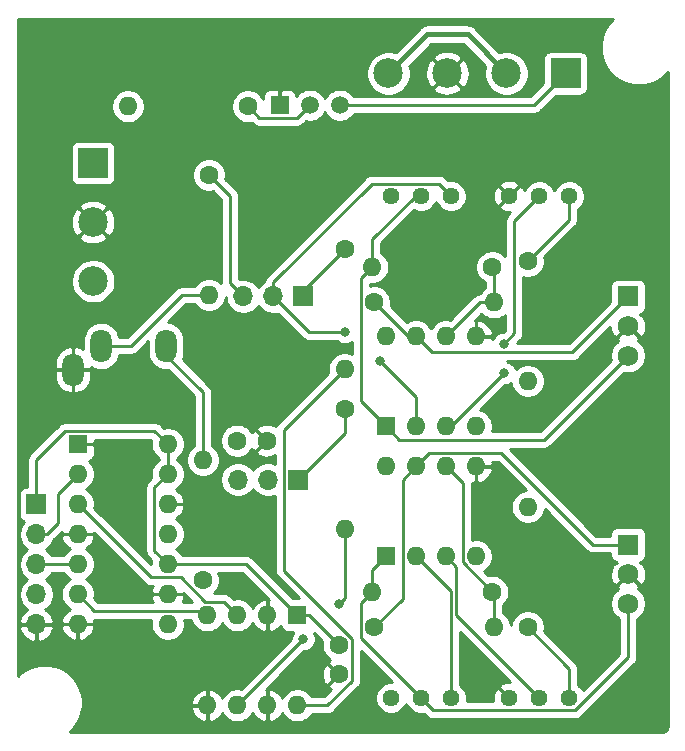
<source format=gbr>
%TF.GenerationSoftware,KiCad,Pcbnew,(5.1.6)-1*%
%TF.CreationDate,2020-09-03T17:42:13-04:00*%
%TF.ProjectId,GalvoDriver,47616c76-6f44-4726-9976-65722e6b6963,rev?*%
%TF.SameCoordinates,Original*%
%TF.FileFunction,Copper,L1,Top*%
%TF.FilePolarity,Positive*%
%FSLAX46Y46*%
G04 Gerber Fmt 4.6, Leading zero omitted, Abs format (unit mm)*
G04 Created by KiCad (PCBNEW (5.1.6)-1) date 2020-09-03 17:42:13*
%MOMM*%
%LPD*%
G01*
G04 APERTURE LIST*
%TA.AperFunction,ComponentPad*%
%ADD10C,1.600000*%
%TD*%
%TA.AperFunction,ComponentPad*%
%ADD11O,1.600000X1.600000*%
%TD*%
%TA.AperFunction,ComponentPad*%
%ADD12C,1.440000*%
%TD*%
%TA.AperFunction,ComponentPad*%
%ADD13R,1.600000X1.600000*%
%TD*%
%TA.AperFunction,ComponentPad*%
%ADD14R,1.700000X1.700000*%
%TD*%
%TA.AperFunction,ComponentPad*%
%ADD15O,1.700000X1.700000*%
%TD*%
%TA.AperFunction,ComponentPad*%
%ADD16O,1.800000X2.800000*%
%TD*%
%TA.AperFunction,ComponentPad*%
%ADD17C,1.750000*%
%TD*%
%TA.AperFunction,ComponentPad*%
%ADD18R,1.750000X1.750000*%
%TD*%
%TA.AperFunction,ComponentPad*%
%ADD19C,2.500000*%
%TD*%
%TA.AperFunction,ComponentPad*%
%ADD20R,2.500000X2.500000*%
%TD*%
%TA.AperFunction,ComponentPad*%
%ADD21R,1.520000X1.520000*%
%TD*%
%TA.AperFunction,ComponentPad*%
%ADD22C,1.520000*%
%TD*%
%TA.AperFunction,ViaPad*%
%ADD23C,0.800000*%
%TD*%
%TA.AperFunction,Conductor*%
%ADD24C,0.250000*%
%TD*%
%TA.AperFunction,Conductor*%
%ADD25C,0.400000*%
%TD*%
%TA.AperFunction,Conductor*%
%ADD26C,0.254000*%
%TD*%
G04 APERTURE END LIST*
D10*
%TO.P,C1,1*%
%TO.N,VDD*%
X61000000Y-88500000D03*
%TO.P,C1,2*%
%TO.N,GND*%
X61000000Y-91000000D03*
%TD*%
D11*
%TO.P,R1,2*%
%TO.N,Net-(R1-Pad2)*%
X74160000Y-59500000D03*
D10*
%TO.P,R1,1*%
%TO.N,A_ILDA+*%
X64000000Y-59500000D03*
%TD*%
%TO.P,R2,1*%
%TO.N,Net-(J4-Pad1)*%
X61500000Y-55000000D03*
D11*
%TO.P,R2,2*%
%TO.N,DAC_A*%
X61500000Y-65160000D03*
%TD*%
D10*
%TO.P,R3,1*%
%TO.N,Net-(R1-Pad2)*%
X74000000Y-56500000D03*
D11*
%TO.P,R3,2*%
%TO.N,A_ILDA-*%
X63840000Y-56500000D03*
%TD*%
%TO.P,R4,2*%
%TO.N,+VIN*%
X77000000Y-66160000D03*
D10*
%TO.P,R4,1*%
%TO.N,Net-(R4-Pad1)*%
X77000000Y-56000000D03*
%TD*%
D11*
%TO.P,R5,2*%
%TO.N,Net-(R5-Pad2)*%
X74160000Y-87000000D03*
D10*
%TO.P,R5,1*%
%TO.N,B_ILDA+*%
X64000000Y-87000000D03*
%TD*%
%TO.P,R6,1*%
%TO.N,Net-(J5-Pad1)*%
X61500000Y-68500000D03*
D11*
%TO.P,R6,2*%
%TO.N,DAC_B*%
X61500000Y-78660000D03*
%TD*%
D10*
%TO.P,R7,1*%
%TO.N,Net-(R5-Pad2)*%
X74000000Y-84000000D03*
D11*
%TO.P,R7,2*%
%TO.N,B_ILDA-*%
X63840000Y-84000000D03*
%TD*%
%TO.P,R8,2*%
%TO.N,+VIN*%
X77000000Y-76840000D03*
D10*
%TO.P,R8,1*%
%TO.N,Net-(R8-Pad1)*%
X77000000Y-87000000D03*
%TD*%
D12*
%TO.P,RV1,3*%
%TO.N,Net-(RV1-Pad3)*%
X65420000Y-50500000D03*
%TO.P,RV1,2*%
%TO.N,A_ILDA-*%
X67960000Y-50500000D03*
%TO.P,RV1,1*%
%TO.N,Net-(J4-Pad2)*%
X70500000Y-50500000D03*
%TD*%
%TO.P,RV2,1*%
%TO.N,Net-(R4-Pad1)*%
X80500000Y-50500000D03*
%TO.P,RV2,2*%
%TO.N,Net-(RV2-Pad2)*%
X77960000Y-50500000D03*
%TO.P,RV2,3*%
%TO.N,GND*%
X75420000Y-50500000D03*
%TD*%
%TO.P,RV3,1*%
%TO.N,Net-(J5-Pad2)*%
X70500000Y-93000000D03*
%TO.P,RV3,2*%
%TO.N,B_ILDA-*%
X67960000Y-93000000D03*
%TO.P,RV3,3*%
%TO.N,Net-(RV3-Pad3)*%
X65420000Y-93000000D03*
%TD*%
%TO.P,RV4,3*%
%TO.N,GND*%
X75420000Y-93000000D03*
%TO.P,RV4,2*%
%TO.N,Net-(RV4-Pad2)*%
X77960000Y-93000000D03*
%TO.P,RV4,1*%
%TO.N,Net-(R8-Pad1)*%
X80500000Y-93000000D03*
%TD*%
D11*
%TO.P,U1,8*%
%TO.N,+VIN*%
X65000000Y-62380000D03*
%TO.P,U1,4*%
%TO.N,-VIN*%
X72620000Y-70000000D03*
%TO.P,U1,7*%
%TO.N,A_ILDA+*%
X67540000Y-62380000D03*
%TO.P,U1,3*%
%TO.N,Net-(RV2-Pad2)*%
X70080000Y-70000000D03*
%TO.P,U1,6*%
%TO.N,Net-(R1-Pad2)*%
X70080000Y-62380000D03*
%TO.P,U1,2*%
%TO.N,Net-(J4-Pad2)*%
X67540000Y-70000000D03*
%TO.P,U1,5*%
%TO.N,GND*%
X72620000Y-62380000D03*
D13*
%TO.P,U1,1*%
%TO.N,A_ILDA-*%
X65000000Y-70000000D03*
%TD*%
D11*
%TO.P,U2,8*%
%TO.N,DAC_A*%
X57500000Y-93620000D03*
%TO.P,U2,4*%
%TO.N,MOSI*%
X49880000Y-86000000D03*
%TO.P,U2,7*%
%TO.N,GND*%
X54960000Y-93620000D03*
%TO.P,U2,3*%
%TO.N,CLK*%
X52420000Y-86000000D03*
%TO.P,U2,6*%
%TO.N,DAC_B*%
X52420000Y-93620000D03*
%TO.P,U2,2*%
%TO.N,GND*%
X54960000Y-86000000D03*
%TO.P,U2,5*%
X49880000Y-93620000D03*
D13*
%TO.P,U2,1*%
%TO.N,VDD*%
X57500000Y-86000000D03*
%TD*%
%TO.P,U3,1*%
%TO.N,B_ILDA-*%
X65000000Y-81000000D03*
D11*
%TO.P,U3,5*%
%TO.N,GND*%
X72620000Y-73380000D03*
%TO.P,U3,2*%
%TO.N,Net-(J5-Pad2)*%
X67540000Y-81000000D03*
%TO.P,U3,6*%
%TO.N,Net-(R5-Pad2)*%
X70080000Y-73380000D03*
%TO.P,U3,3*%
%TO.N,Net-(RV4-Pad2)*%
X70080000Y-81000000D03*
%TO.P,U3,7*%
%TO.N,B_ILDA+*%
X67540000Y-73380000D03*
%TO.P,U3,4*%
%TO.N,-VIN*%
X72620000Y-81000000D03*
%TO.P,U3,8*%
%TO.N,+VIN*%
X65000000Y-73380000D03*
%TD*%
D14*
%TO.P,J4,1*%
%TO.N,Net-(J4-Pad1)*%
X58000000Y-59000000D03*
D15*
%TO.P,J4,2*%
%TO.N,Net-(J4-Pad2)*%
X55460000Y-59000000D03*
%TO.P,J4,3*%
%TO.N,Net-(J4-Pad3)*%
X52920000Y-59000000D03*
%TD*%
%TO.P,J5,3*%
%TO.N,Net-(J5-Pad3)*%
X52460000Y-74500000D03*
%TO.P,J5,2*%
%TO.N,Net-(J5-Pad2)*%
X55000000Y-74500000D03*
D14*
%TO.P,J5,1*%
%TO.N,Net-(J5-Pad1)*%
X57540000Y-74500000D03*
%TD*%
D16*
%TO.P,J6,S*%
%TO.N,GND*%
X38500000Y-65200000D03*
%TO.P,J6,T*%
%TO.N,AUDIO_L*%
X40900000Y-63200000D03*
%TO.P,J6,R*%
%TO.N,AUDIO_R*%
X46400000Y-63200000D03*
%TD*%
D11*
%TO.P,R9,2*%
%TO.N,AUDIO_L*%
X50000000Y-58860000D03*
D10*
%TO.P,R9,1*%
%TO.N,Net-(J4-Pad3)*%
X50000000Y-48700000D03*
%TD*%
%TO.P,R10,1*%
%TO.N,Net-(J5-Pad3)*%
X49500000Y-83000000D03*
D11*
%TO.P,R10,2*%
%TO.N,AUDIO_R*%
X49500000Y-72840000D03*
%TD*%
D17*
%TO.P,J2,3*%
%TO.N,A_ILDA-*%
X85500000Y-64000000D03*
%TO.P,J2,2*%
%TO.N,GND*%
X85500000Y-61500000D03*
D18*
%TO.P,J2,1*%
%TO.N,A_ILDA+*%
X85500000Y-59000000D03*
%TD*%
%TO.P,J7,1*%
%TO.N,B_ILDA+*%
X85500000Y-80000000D03*
D17*
%TO.P,J7,2*%
%TO.N,GND*%
X85500000Y-82500000D03*
%TO.P,J7,3*%
%TO.N,B_ILDA-*%
X85500000Y-85000000D03*
%TD*%
D19*
%TO.P,J1,2*%
%TO.N,GND*%
X40200000Y-52700000D03*
D20*
%TO.P,J1,1*%
%TO.N,+VIN*%
X40200000Y-47700000D03*
D19*
%TO.P,J1,3*%
%TO.N,-VIN*%
X40200000Y-57700000D03*
%TD*%
%TO.P,J8,2*%
%TO.N,VSS*%
X75200000Y-40100000D03*
D20*
%TO.P,J8,1*%
%TO.N,Net-(J8-Pad1)*%
X80200000Y-40100000D03*
D19*
%TO.P,J8,3*%
%TO.N,GND*%
X70200000Y-40100000D03*
%TO.P,J8,4*%
%TO.N,VSS*%
X65200000Y-40100000D03*
%TD*%
D11*
%TO.P,R11,2*%
%TO.N,LASER*%
X43140000Y-42900000D03*
D10*
%TO.P,R11,1*%
%TO.N,Net-(Q1-Pad2)*%
X53300000Y-42900000D03*
%TD*%
D15*
%TO.P,J3,5*%
%TO.N,GND*%
X35400000Y-86760000D03*
%TO.P,J3,4*%
%TO.N,LASER*%
X35400000Y-84220000D03*
%TO.P,J3,3*%
%TO.N,Net-(J3-Pad3)*%
X35400000Y-81680000D03*
%TO.P,J3,2*%
%TO.N,Net-(J3-Pad2)*%
X35400000Y-79140000D03*
D14*
%TO.P,J3,1*%
%TO.N,VDD*%
X35400000Y-76600000D03*
%TD*%
D21*
%TO.P,Q1,1*%
%TO.N,GND*%
X56000000Y-42800000D03*
D22*
%TO.P,Q1,3*%
%TO.N,Net-(J8-Pad1)*%
X61080000Y-42800000D03*
%TO.P,Q1,2*%
%TO.N,Net-(Q1-Pad2)*%
X58540000Y-42800000D03*
%TD*%
D11*
%TO.P,U4,14*%
%TO.N,VDD*%
X46520000Y-71500000D03*
%TO.P,U4,7*%
%TO.N,GND*%
X38900000Y-86740000D03*
%TO.P,U4,13*%
%TO.N,VDD*%
X46520000Y-74040000D03*
%TO.P,U4,6*%
%TO.N,MOSI*%
X38900000Y-84200000D03*
%TO.P,U4,12*%
%TO.N,GND*%
X46520000Y-76580000D03*
%TO.P,U4,5*%
%TO.N,Net-(J3-Pad3)*%
X38900000Y-81660000D03*
%TO.P,U4,11*%
%TO.N,Net-(U4-Pad11)*%
X46520000Y-79120000D03*
%TO.P,U4,4*%
%TO.N,GND*%
X38900000Y-79120000D03*
%TO.P,U4,10*%
%TO.N,VDD*%
X46520000Y-81660000D03*
%TO.P,U4,3*%
%TO.N,CLK*%
X38900000Y-76580000D03*
%TO.P,U4,9*%
%TO.N,GND*%
X46520000Y-84200000D03*
%TO.P,U4,2*%
%TO.N,Net-(J3-Pad2)*%
X38900000Y-74040000D03*
%TO.P,U4,8*%
%TO.N,Net-(U4-Pad8)*%
X46520000Y-86740000D03*
D13*
%TO.P,U4,1*%
%TO.N,GND*%
X38900000Y-71500000D03*
%TD*%
D10*
%TO.P,C2,2*%
%TO.N,GND*%
X54900000Y-71200000D03*
%TO.P,C2,1*%
%TO.N,VDD*%
X52400000Y-71200000D03*
%TD*%
D23*
%TO.N,Net-(RV2-Pad2)*%
X75000000Y-63000000D03*
X75000000Y-65500000D03*
%TO.N,Net-(J4-Pad2)*%
X64500000Y-64500000D03*
X61500000Y-62000000D03*
%TO.N,DAC_B*%
X58000000Y-88000000D03*
X61000000Y-85000000D03*
%TD*%
D24*
%TO.N,B_ILDA+*%
X66414999Y-74505001D02*
X67540000Y-73380000D01*
X66414999Y-84585001D02*
X66414999Y-74505001D01*
X64000000Y-87000000D02*
X66414999Y-84585001D01*
X68665001Y-72254999D02*
X74754999Y-72254999D01*
X67540000Y-73380000D02*
X68665001Y-72254999D01*
X82500000Y-80000000D02*
X85500000Y-80000000D01*
X74754999Y-72254999D02*
X82500000Y-80000000D01*
%TO.N,A_ILDA-*%
X63840000Y-56500000D02*
X63840000Y-54160000D01*
X67500000Y-50500000D02*
X67960000Y-50500000D01*
X63840000Y-54160000D02*
X67500000Y-50500000D01*
X62874999Y-57465001D02*
X62874999Y-67874999D01*
X62874999Y-67874999D02*
X65000000Y-70000000D01*
X63840000Y-56500000D02*
X62874999Y-57465001D01*
X78374999Y-71125001D02*
X85500000Y-64000000D01*
X66125001Y-71125001D02*
X78374999Y-71125001D01*
X65000000Y-70000000D02*
X66125001Y-71125001D01*
%TO.N,A_ILDA+*%
X66880000Y-62380000D02*
X67540000Y-62380000D01*
X64000000Y-59500000D02*
X66880000Y-62380000D01*
X80774999Y-63725001D02*
X85500000Y-59000000D01*
X68885001Y-63725001D02*
X80774999Y-63725001D01*
X67540000Y-62380000D02*
X68885001Y-63725001D01*
%TO.N,B_ILDA-*%
X62874999Y-84965001D02*
X62874999Y-87914999D01*
X62874999Y-87914999D02*
X67960000Y-93000000D01*
X63840000Y-84000000D02*
X62874999Y-84965001D01*
X63840000Y-82160000D02*
X65000000Y-81000000D01*
X63840000Y-84000000D02*
X63840000Y-82160000D01*
X85500000Y-89546602D02*
X85500000Y-85000000D01*
X69005001Y-94045001D02*
X81001601Y-94045001D01*
X81001601Y-94045001D02*
X85500000Y-89546602D01*
X67960000Y-93000000D02*
X69005001Y-94045001D01*
%TO.N,Net-(J3-Pad3)*%
X38880000Y-81680000D02*
X38900000Y-81660000D01*
X35400000Y-81680000D02*
X38880000Y-81680000D01*
%TO.N,Net-(J3-Pad2)*%
X35400000Y-79140000D02*
X36260000Y-79140000D01*
X36260000Y-79140000D02*
X37200000Y-78200000D01*
X37200000Y-75740000D02*
X38900000Y-74040000D01*
X37200000Y-78200000D02*
X37200000Y-75740000D01*
%TO.N,VDD*%
X58500000Y-86000000D02*
X61000000Y-88500000D01*
X57500000Y-86000000D02*
X58500000Y-86000000D01*
X45394999Y-70374999D02*
X46520000Y-71500000D01*
X37839999Y-70374999D02*
X45394999Y-70374999D01*
X35400000Y-72814998D02*
X37839999Y-70374999D01*
X35400000Y-76600000D02*
X35400000Y-72814998D01*
X46520000Y-71500000D02*
X46520000Y-74040000D01*
X45394999Y-80534999D02*
X46520000Y-81660000D01*
X45394999Y-75165001D02*
X45394999Y-80534999D01*
X46520000Y-74040000D02*
X45394999Y-75165001D01*
X53160000Y-81660000D02*
X46520000Y-81660000D01*
X57500000Y-86000000D02*
X53160000Y-81660000D01*
%TO.N,Net-(R1-Pad2)*%
X72960000Y-59500000D02*
X74160000Y-59500000D01*
X70080000Y-62380000D02*
X72960000Y-59500000D01*
X74160000Y-56660000D02*
X74000000Y-56500000D01*
X74160000Y-59500000D02*
X74160000Y-56660000D01*
%TO.N,Net-(R4-Pad1)*%
X80500000Y-52500000D02*
X77000000Y-56000000D01*
X80500000Y-50500000D02*
X80500000Y-52500000D01*
%TO.N,Net-(R5-Pad2)*%
X74160000Y-84160000D02*
X74000000Y-84000000D01*
X74160000Y-87000000D02*
X74160000Y-84160000D01*
X71494999Y-74794999D02*
X70080000Y-73380000D01*
X71494999Y-81494999D02*
X71494999Y-74794999D01*
X74000000Y-84000000D02*
X71494999Y-81494999D01*
%TO.N,Net-(R8-Pad1)*%
X80500000Y-90500000D02*
X77000000Y-87000000D01*
X80500000Y-93000000D02*
X80500000Y-90500000D01*
%TO.N,Net-(RV2-Pad2)*%
X75874999Y-62125001D02*
X75000000Y-63000000D01*
X77960000Y-50500000D02*
X75874999Y-52585001D01*
X75874999Y-52585001D02*
X75874999Y-62125001D01*
X70500000Y-70000000D02*
X70080000Y-70000000D01*
X75000000Y-65500000D02*
X70500000Y-70000000D01*
%TO.N,Net-(RV4-Pad2)*%
X70950010Y-81870010D02*
X70080000Y-81000000D01*
X70950010Y-85990010D02*
X70950010Y-81870010D01*
X77960000Y-93000000D02*
X70950010Y-85990010D01*
%TO.N,AUDIO_R*%
X46400000Y-63200000D02*
X46400000Y-64000000D01*
X49500000Y-67100000D02*
X49500000Y-72840000D01*
X46400000Y-64000000D02*
X49500000Y-67100000D01*
%TO.N,AUDIO_L*%
X40900000Y-63200000D02*
X43400000Y-63200000D01*
X47740000Y-58860000D02*
X50000000Y-58860000D01*
X43400000Y-63200000D02*
X47740000Y-58860000D01*
%TO.N,Net-(J4-Pad1)*%
X58000000Y-58500000D02*
X61500000Y-55000000D01*
X58000000Y-59000000D02*
X58000000Y-58500000D01*
%TO.N,Net-(J4-Pad2)*%
X69454999Y-49454999D02*
X70500000Y-50500000D01*
X63802920Y-49454999D02*
X69454999Y-49454999D01*
X55460000Y-57797919D02*
X63802920Y-49454999D01*
X55460000Y-59000000D02*
X55460000Y-57797919D01*
X67540000Y-70000000D02*
X67540000Y-67540000D01*
X67540000Y-67540000D02*
X64500000Y-64500000D01*
X58460000Y-62000000D02*
X55460000Y-59000000D01*
X61500000Y-62000000D02*
X58460000Y-62000000D01*
%TO.N,Net-(J4-Pad3)*%
X50000000Y-48700000D02*
X51800000Y-50500000D01*
X51800000Y-57880000D02*
X52920000Y-59000000D01*
X51800000Y-50500000D02*
X51800000Y-57880000D01*
%TO.N,Net-(J5-Pad2)*%
X70500000Y-83960000D02*
X67540000Y-81000000D01*
X70500000Y-93000000D02*
X70500000Y-83960000D01*
%TO.N,Net-(J5-Pad1)*%
X61500000Y-70540000D02*
X57540000Y-74500000D01*
X61500000Y-68500000D02*
X61500000Y-70540000D01*
%TO.N,DAC_A*%
X60045002Y-93620000D02*
X57500000Y-93620000D01*
X62125001Y-91540001D02*
X60045002Y-93620000D01*
X62125001Y-87959999D02*
X62125001Y-91540001D01*
X56364999Y-82199997D02*
X62125001Y-87959999D01*
X56364999Y-70295001D02*
X56364999Y-82199997D01*
X61500000Y-65160000D02*
X56364999Y-70295001D01*
%TO.N,DAC_B*%
X52420000Y-93620000D02*
X58000000Y-88040000D01*
X58000000Y-88040000D02*
X58000000Y-88000000D01*
X61500000Y-84500000D02*
X61500000Y-78660000D01*
X61000000Y-85000000D02*
X61500000Y-84500000D01*
D25*
%TO.N,VSS*%
X75200000Y-40100000D02*
X71900000Y-36800000D01*
X71900000Y-36800000D02*
X68500000Y-36800000D01*
X68500000Y-36800000D02*
X65200000Y-40100000D01*
D24*
%TO.N,Net-(Q1-Pad2)*%
X57454999Y-43885001D02*
X58540000Y-42800000D01*
X54285001Y-43885001D02*
X57454999Y-43885001D01*
X53300000Y-42900000D02*
X54285001Y-43885001D01*
%TO.N,Net-(J8-Pad1)*%
X77500000Y-42800000D02*
X61080000Y-42800000D01*
X80200000Y-40100000D02*
X77500000Y-42800000D01*
%TO.N,MOSI*%
X40314999Y-85614999D02*
X38900000Y-84200000D01*
X49494999Y-85614999D02*
X40314999Y-85614999D01*
X49880000Y-86000000D02*
X49494999Y-85614999D01*
%TO.N,CLK*%
X51294999Y-84874999D02*
X52420000Y-86000000D01*
X49709997Y-84874999D02*
X51294999Y-84874999D01*
X47619999Y-82785001D02*
X49709997Y-84874999D01*
X45105001Y-82785001D02*
X47619999Y-82785001D01*
X38900000Y-76580000D02*
X45105001Y-82785001D01*
%TD*%
D26*
%TO.N,GND*%
G36*
X83893425Y-35842907D02*
G01*
X83540270Y-36371442D01*
X83297012Y-36958719D01*
X83173000Y-37582168D01*
X83173000Y-38217832D01*
X83297012Y-38841281D01*
X83540270Y-39428558D01*
X83893425Y-39957093D01*
X84342907Y-40406575D01*
X84871442Y-40759730D01*
X85458719Y-41002988D01*
X86082168Y-41127000D01*
X86717832Y-41127000D01*
X87341281Y-41002988D01*
X87928558Y-40759730D01*
X88457093Y-40406575D01*
X88840001Y-40023667D01*
X88840000Y-95467721D01*
X88830420Y-95565424D01*
X88811420Y-95628357D01*
X88780554Y-95686406D01*
X88739011Y-95737343D01*
X88688356Y-95779248D01*
X88630529Y-95810515D01*
X88567728Y-95829956D01*
X88472165Y-95840000D01*
X38223668Y-95840000D01*
X38606575Y-95457093D01*
X38959730Y-94928558D01*
X39202988Y-94341281D01*
X39297294Y-93867172D01*
X48466446Y-93867172D01*
X48541828Y-94138193D01*
X48668635Y-94389300D01*
X48841994Y-94610844D01*
X49055243Y-94794310D01*
X49300187Y-94932648D01*
X49567413Y-95020542D01*
X49632828Y-95033553D01*
X49857000Y-94896043D01*
X49857000Y-93643000D01*
X48603933Y-93643000D01*
X48466446Y-93867172D01*
X39297294Y-93867172D01*
X39327000Y-93717832D01*
X39327000Y-93372828D01*
X48466446Y-93372828D01*
X48603933Y-93597000D01*
X49857000Y-93597000D01*
X49857000Y-92343957D01*
X49632828Y-92206447D01*
X49567413Y-92219458D01*
X49300187Y-92307352D01*
X49055243Y-92445690D01*
X48841994Y-92629156D01*
X48668635Y-92850700D01*
X48541828Y-93101807D01*
X48466446Y-93372828D01*
X39327000Y-93372828D01*
X39327000Y-93082168D01*
X39202988Y-92458719D01*
X38959730Y-91871442D01*
X38606575Y-91342907D01*
X38157093Y-90893425D01*
X37628558Y-90540270D01*
X37041281Y-90297012D01*
X36417832Y-90173000D01*
X35782168Y-90173000D01*
X35158719Y-90297012D01*
X34571442Y-90540270D01*
X34042907Y-90893425D01*
X33827000Y-91109332D01*
X33827000Y-87014994D01*
X33937057Y-87014994D01*
X33950833Y-87084259D01*
X34041938Y-87360747D01*
X34185233Y-87614149D01*
X34375211Y-87834726D01*
X34604571Y-88014002D01*
X34864499Y-88145087D01*
X35145006Y-88222944D01*
X35377000Y-88086073D01*
X35377000Y-86783000D01*
X35423000Y-86783000D01*
X35423000Y-88086073D01*
X35654994Y-88222944D01*
X35935501Y-88145087D01*
X36195429Y-88014002D01*
X36424789Y-87834726D01*
X36614767Y-87614149D01*
X36758062Y-87360747D01*
X36849167Y-87084259D01*
X36862943Y-87014994D01*
X36846527Y-86987172D01*
X37486447Y-86987172D01*
X37499458Y-87052587D01*
X37587352Y-87319813D01*
X37725690Y-87564757D01*
X37909156Y-87778006D01*
X38130700Y-87951365D01*
X38381807Y-88078172D01*
X38652828Y-88153554D01*
X38877000Y-88016067D01*
X38877000Y-86763000D01*
X38923000Y-86763000D01*
X38923000Y-88016067D01*
X39147172Y-88153554D01*
X39418193Y-88078172D01*
X39669300Y-87951365D01*
X39890844Y-87778006D01*
X40074310Y-87564757D01*
X40212648Y-87319813D01*
X40300542Y-87052587D01*
X40313553Y-86987172D01*
X40176043Y-86763000D01*
X38923000Y-86763000D01*
X38877000Y-86763000D01*
X37623957Y-86763000D01*
X37486447Y-86987172D01*
X36846527Y-86987172D01*
X36726051Y-86783000D01*
X35423000Y-86783000D01*
X35377000Y-86783000D01*
X34073949Y-86783000D01*
X33937057Y-87014994D01*
X33827000Y-87014994D01*
X33827000Y-75750000D01*
X33911928Y-75750000D01*
X33911928Y-77450000D01*
X33924188Y-77574482D01*
X33960498Y-77694180D01*
X34019463Y-77804494D01*
X34098815Y-77901185D01*
X34195506Y-77980537D01*
X34305820Y-78039502D01*
X34378380Y-78061513D01*
X34246525Y-78193368D01*
X34084010Y-78436589D01*
X33972068Y-78706842D01*
X33915000Y-78993740D01*
X33915000Y-79286260D01*
X33972068Y-79573158D01*
X34084010Y-79843411D01*
X34246525Y-80086632D01*
X34453368Y-80293475D01*
X34627760Y-80410000D01*
X34453368Y-80526525D01*
X34246525Y-80733368D01*
X34084010Y-80976589D01*
X33972068Y-81246842D01*
X33915000Y-81533740D01*
X33915000Y-81826260D01*
X33972068Y-82113158D01*
X34084010Y-82383411D01*
X34246525Y-82626632D01*
X34453368Y-82833475D01*
X34627760Y-82950000D01*
X34453368Y-83066525D01*
X34246525Y-83273368D01*
X34084010Y-83516589D01*
X33972068Y-83786842D01*
X33915000Y-84073740D01*
X33915000Y-84366260D01*
X33972068Y-84653158D01*
X34084010Y-84923411D01*
X34246525Y-85166632D01*
X34453368Y-85373475D01*
X34631430Y-85492452D01*
X34604571Y-85505998D01*
X34375211Y-85685274D01*
X34185233Y-85905851D01*
X34041938Y-86159253D01*
X33950833Y-86435741D01*
X33937057Y-86505006D01*
X34073949Y-86737000D01*
X35377000Y-86737000D01*
X35377000Y-86717000D01*
X35423000Y-86717000D01*
X35423000Y-86737000D01*
X36726051Y-86737000D01*
X36862943Y-86505006D01*
X36849167Y-86435741D01*
X36758062Y-86159253D01*
X36614767Y-85905851D01*
X36424789Y-85685274D01*
X36195429Y-85505998D01*
X36168570Y-85492452D01*
X36346632Y-85373475D01*
X36553475Y-85166632D01*
X36715990Y-84923411D01*
X36827932Y-84653158D01*
X36885000Y-84366260D01*
X36885000Y-84073740D01*
X36827932Y-83786842D01*
X36715990Y-83516589D01*
X36553475Y-83273368D01*
X36346632Y-83066525D01*
X36172240Y-82950000D01*
X36346632Y-82833475D01*
X36553475Y-82626632D01*
X36678178Y-82440000D01*
X37695320Y-82440000D01*
X37785363Y-82574759D01*
X37985241Y-82774637D01*
X38217759Y-82930000D01*
X37985241Y-83085363D01*
X37785363Y-83285241D01*
X37628320Y-83520273D01*
X37520147Y-83781426D01*
X37465000Y-84058665D01*
X37465000Y-84341335D01*
X37520147Y-84618574D01*
X37628320Y-84879727D01*
X37785363Y-85114759D01*
X37985241Y-85314637D01*
X38220273Y-85471680D01*
X38233025Y-85476962D01*
X38130700Y-85528635D01*
X37909156Y-85701994D01*
X37725690Y-85915243D01*
X37587352Y-86160187D01*
X37499458Y-86427413D01*
X37486447Y-86492828D01*
X37623957Y-86717000D01*
X38877000Y-86717000D01*
X38877000Y-86697000D01*
X38923000Y-86697000D01*
X38923000Y-86717000D01*
X40176043Y-86717000D01*
X40313553Y-86492828D01*
X40300542Y-86427413D01*
X40283491Y-86375572D01*
X40314999Y-86378675D01*
X40352324Y-86374999D01*
X45129491Y-86374999D01*
X45085000Y-86598665D01*
X45085000Y-86881335D01*
X45140147Y-87158574D01*
X45248320Y-87419727D01*
X45405363Y-87654759D01*
X45605241Y-87854637D01*
X45840273Y-88011680D01*
X46101426Y-88119853D01*
X46378665Y-88175000D01*
X46661335Y-88175000D01*
X46938574Y-88119853D01*
X47199727Y-88011680D01*
X47434759Y-87854637D01*
X47634637Y-87654759D01*
X47791680Y-87419727D01*
X47899853Y-87158574D01*
X47955000Y-86881335D01*
X47955000Y-86598665D01*
X47910509Y-86374999D01*
X48491479Y-86374999D01*
X48500147Y-86418574D01*
X48608320Y-86679727D01*
X48765363Y-86914759D01*
X48965241Y-87114637D01*
X49200273Y-87271680D01*
X49461426Y-87379853D01*
X49738665Y-87435000D01*
X50021335Y-87435000D01*
X50298574Y-87379853D01*
X50559727Y-87271680D01*
X50794759Y-87114637D01*
X50994637Y-86914759D01*
X51150000Y-86682241D01*
X51305363Y-86914759D01*
X51505241Y-87114637D01*
X51740273Y-87271680D01*
X52001426Y-87379853D01*
X52278665Y-87435000D01*
X52561335Y-87435000D01*
X52838574Y-87379853D01*
X53099727Y-87271680D01*
X53334759Y-87114637D01*
X53534637Y-86914759D01*
X53691680Y-86679727D01*
X53696962Y-86666975D01*
X53748635Y-86769300D01*
X53921994Y-86990844D01*
X54135243Y-87174310D01*
X54380187Y-87312648D01*
X54647413Y-87400542D01*
X54712828Y-87413553D01*
X54937000Y-87276043D01*
X54937000Y-86023000D01*
X54917000Y-86023000D01*
X54917000Y-85977000D01*
X54937000Y-85977000D01*
X54937000Y-84723957D01*
X54712828Y-84586447D01*
X54647413Y-84599458D01*
X54380187Y-84687352D01*
X54135243Y-84825690D01*
X53921994Y-85009156D01*
X53748635Y-85230700D01*
X53696962Y-85333025D01*
X53691680Y-85320273D01*
X53534637Y-85085241D01*
X53334759Y-84885363D01*
X53099727Y-84728320D01*
X52838574Y-84620147D01*
X52561335Y-84565000D01*
X52278665Y-84565000D01*
X52096113Y-84601312D01*
X51858803Y-84364001D01*
X51835000Y-84334998D01*
X51719275Y-84240025D01*
X51587246Y-84169453D01*
X51443985Y-84125996D01*
X51332332Y-84114999D01*
X51332321Y-84114999D01*
X51294999Y-84111323D01*
X51257677Y-84114999D01*
X50414217Y-84114999D01*
X50414759Y-84114637D01*
X50614637Y-83914759D01*
X50771680Y-83679727D01*
X50879853Y-83418574D01*
X50935000Y-83141335D01*
X50935000Y-82858665D01*
X50879853Y-82581426D01*
X50812988Y-82420000D01*
X52845199Y-82420000D01*
X55085984Y-84660785D01*
X54983000Y-84723957D01*
X54983000Y-85977000D01*
X55003000Y-85977000D01*
X55003000Y-86023000D01*
X54983000Y-86023000D01*
X54983000Y-87276043D01*
X55207172Y-87413553D01*
X55272587Y-87400542D01*
X55539813Y-87312648D01*
X55784757Y-87174310D01*
X55998006Y-86990844D01*
X56071477Y-86896952D01*
X56074188Y-86924482D01*
X56110498Y-87044180D01*
X56169463Y-87154494D01*
X56248815Y-87251185D01*
X56345506Y-87330537D01*
X56455820Y-87389502D01*
X56575518Y-87425812D01*
X56700000Y-87438072D01*
X57130685Y-87438072D01*
X57082795Y-87509744D01*
X57004774Y-87698102D01*
X56965000Y-87898061D01*
X56965000Y-88000198D01*
X52743887Y-92221312D01*
X52561335Y-92185000D01*
X52278665Y-92185000D01*
X52001426Y-92240147D01*
X51740273Y-92348320D01*
X51505241Y-92505363D01*
X51305363Y-92705241D01*
X51148320Y-92940273D01*
X51143038Y-92953025D01*
X51091365Y-92850700D01*
X50918006Y-92629156D01*
X50704757Y-92445690D01*
X50459813Y-92307352D01*
X50192587Y-92219458D01*
X50127172Y-92206447D01*
X49903000Y-92343957D01*
X49903000Y-93597000D01*
X49923000Y-93597000D01*
X49923000Y-93643000D01*
X49903000Y-93643000D01*
X49903000Y-94896043D01*
X50127172Y-95033553D01*
X50192587Y-95020542D01*
X50459813Y-94932648D01*
X50704757Y-94794310D01*
X50918006Y-94610844D01*
X51091365Y-94389300D01*
X51143038Y-94286975D01*
X51148320Y-94299727D01*
X51305363Y-94534759D01*
X51505241Y-94734637D01*
X51740273Y-94891680D01*
X52001426Y-94999853D01*
X52278665Y-95055000D01*
X52561335Y-95055000D01*
X52838574Y-94999853D01*
X53099727Y-94891680D01*
X53334759Y-94734637D01*
X53534637Y-94534759D01*
X53691680Y-94299727D01*
X53696962Y-94286975D01*
X53748635Y-94389300D01*
X53921994Y-94610844D01*
X54135243Y-94794310D01*
X54380187Y-94932648D01*
X54647413Y-95020542D01*
X54712828Y-95033553D01*
X54937000Y-94896043D01*
X54937000Y-93643000D01*
X54917000Y-93643000D01*
X54917000Y-93597000D01*
X54937000Y-93597000D01*
X54937000Y-92343957D01*
X54834016Y-92280785D01*
X56148422Y-90966379D01*
X59558449Y-90966379D01*
X59579589Y-91248257D01*
X59655314Y-91520595D01*
X59782715Y-91772928D01*
X59820072Y-91828838D01*
X60076528Y-91890945D01*
X60967473Y-91000000D01*
X60076528Y-90109055D01*
X59820072Y-90171162D01*
X59681046Y-90417280D01*
X59592707Y-90685792D01*
X59558449Y-90966379D01*
X56148422Y-90966379D01*
X58079802Y-89035000D01*
X58101939Y-89035000D01*
X58301898Y-88995226D01*
X58490256Y-88917205D01*
X58659774Y-88803937D01*
X58803937Y-88659774D01*
X58917205Y-88490256D01*
X58995226Y-88301898D01*
X59035000Y-88101939D01*
X59035000Y-87898061D01*
X58995226Y-87698102D01*
X58917205Y-87509744D01*
X58881488Y-87456289D01*
X59601312Y-88176114D01*
X59565000Y-88358665D01*
X59565000Y-88641335D01*
X59620147Y-88918574D01*
X59728320Y-89179727D01*
X59885363Y-89414759D01*
X60085241Y-89614637D01*
X60289566Y-89751162D01*
X60227072Y-89782715D01*
X60171162Y-89820072D01*
X60109055Y-90076528D01*
X61000000Y-90967473D01*
X61014142Y-90953331D01*
X61046669Y-90985858D01*
X61032527Y-91000000D01*
X61046669Y-91014142D01*
X61014142Y-91046669D01*
X61000000Y-91032527D01*
X60109055Y-91923472D01*
X60171162Y-92179928D01*
X60323960Y-92266240D01*
X59730201Y-92860000D01*
X58718043Y-92860000D01*
X58614637Y-92705241D01*
X58414759Y-92505363D01*
X58179727Y-92348320D01*
X57918574Y-92240147D01*
X57641335Y-92185000D01*
X57358665Y-92185000D01*
X57081426Y-92240147D01*
X56820273Y-92348320D01*
X56585241Y-92505363D01*
X56385363Y-92705241D01*
X56228320Y-92940273D01*
X56223038Y-92953025D01*
X56171365Y-92850700D01*
X55998006Y-92629156D01*
X55784757Y-92445690D01*
X55539813Y-92307352D01*
X55272587Y-92219458D01*
X55207172Y-92206447D01*
X54983000Y-92343957D01*
X54983000Y-93597000D01*
X55003000Y-93597000D01*
X55003000Y-93643000D01*
X54983000Y-93643000D01*
X54983000Y-94896043D01*
X55207172Y-95033553D01*
X55272587Y-95020542D01*
X55539813Y-94932648D01*
X55784757Y-94794310D01*
X55998006Y-94610844D01*
X56171365Y-94389300D01*
X56223038Y-94286975D01*
X56228320Y-94299727D01*
X56385363Y-94534759D01*
X56585241Y-94734637D01*
X56820273Y-94891680D01*
X57081426Y-94999853D01*
X57358665Y-95055000D01*
X57641335Y-95055000D01*
X57918574Y-94999853D01*
X58179727Y-94891680D01*
X58414759Y-94734637D01*
X58614637Y-94534759D01*
X58718043Y-94380000D01*
X60007680Y-94380000D01*
X60045002Y-94383676D01*
X60082324Y-94380000D01*
X60082335Y-94380000D01*
X60193988Y-94369003D01*
X60337249Y-94325546D01*
X60469278Y-94254974D01*
X60585003Y-94160001D01*
X60608806Y-94130997D01*
X62636004Y-92103800D01*
X62665002Y-92080002D01*
X62759975Y-91964277D01*
X62830547Y-91832248D01*
X62874004Y-91688987D01*
X62885001Y-91577334D01*
X62885001Y-91577326D01*
X62888677Y-91540001D01*
X62885001Y-91502676D01*
X62885001Y-88999802D01*
X65530198Y-91645000D01*
X65286544Y-91645000D01*
X65024761Y-91697072D01*
X64778167Y-91799215D01*
X64556238Y-91947503D01*
X64367503Y-92136238D01*
X64219215Y-92358167D01*
X64117072Y-92604761D01*
X64065000Y-92866544D01*
X64065000Y-93133456D01*
X64117072Y-93395239D01*
X64219215Y-93641833D01*
X64367503Y-93863762D01*
X64556238Y-94052497D01*
X64778167Y-94200785D01*
X65024761Y-94302928D01*
X65286544Y-94355000D01*
X65553456Y-94355000D01*
X65815239Y-94302928D01*
X66061833Y-94200785D01*
X66283762Y-94052497D01*
X66472497Y-93863762D01*
X66620785Y-93641833D01*
X66690000Y-93474734D01*
X66759215Y-93641833D01*
X66907503Y-93863762D01*
X67096238Y-94052497D01*
X67318167Y-94200785D01*
X67564761Y-94302928D01*
X67826544Y-94355000D01*
X68093456Y-94355000D01*
X68215852Y-94330654D01*
X68441202Y-94556004D01*
X68465000Y-94585002D01*
X68493998Y-94608800D01*
X68580725Y-94679975D01*
X68712754Y-94750547D01*
X68856015Y-94794004D01*
X69005001Y-94808678D01*
X69042334Y-94805001D01*
X80964279Y-94805001D01*
X81001601Y-94808677D01*
X81038923Y-94805001D01*
X81038934Y-94805001D01*
X81150587Y-94794004D01*
X81293848Y-94750547D01*
X81425877Y-94679975D01*
X81541602Y-94585002D01*
X81565405Y-94555998D01*
X86011004Y-90110400D01*
X86040001Y-90086603D01*
X86066332Y-90054519D01*
X86134974Y-89970879D01*
X86205546Y-89838849D01*
X86219013Y-89794454D01*
X86249003Y-89695588D01*
X86260000Y-89583935D01*
X86260000Y-89583925D01*
X86263676Y-89546602D01*
X86260000Y-89509279D01*
X86260000Y-86308245D01*
X86462569Y-86172893D01*
X86672893Y-85962569D01*
X86838144Y-85715253D01*
X86951971Y-85440451D01*
X87010000Y-85148722D01*
X87010000Y-84851278D01*
X86951971Y-84559549D01*
X86838144Y-84284747D01*
X86672893Y-84037431D01*
X86462569Y-83827107D01*
X86353350Y-83754129D01*
X86373140Y-83740905D01*
X86444243Y-83476770D01*
X85500000Y-82532527D01*
X84555757Y-83476770D01*
X84626860Y-83740905D01*
X84648291Y-83753033D01*
X84537431Y-83827107D01*
X84327107Y-84037431D01*
X84161856Y-84284747D01*
X84048029Y-84559549D01*
X83990000Y-84851278D01*
X83990000Y-85148722D01*
X84048029Y-85440451D01*
X84161856Y-85715253D01*
X84327107Y-85962569D01*
X84537431Y-86172893D01*
X84740001Y-86308246D01*
X84740000Y-89231800D01*
X81665877Y-92305924D01*
X81552497Y-92136238D01*
X81363762Y-91947503D01*
X81260000Y-91878172D01*
X81260000Y-90537322D01*
X81263676Y-90499999D01*
X81260000Y-90462676D01*
X81260000Y-90462667D01*
X81249003Y-90351014D01*
X81205546Y-90207753D01*
X81134974Y-90075724D01*
X81120104Y-90057605D01*
X81063799Y-89988996D01*
X81063795Y-89988992D01*
X81040001Y-89959999D01*
X81011008Y-89936205D01*
X78398688Y-87323886D01*
X78435000Y-87141335D01*
X78435000Y-86858665D01*
X78379853Y-86581426D01*
X78271680Y-86320273D01*
X78114637Y-86085241D01*
X77914759Y-85885363D01*
X77679727Y-85728320D01*
X77418574Y-85620147D01*
X77141335Y-85565000D01*
X76858665Y-85565000D01*
X76581426Y-85620147D01*
X76320273Y-85728320D01*
X76085241Y-85885363D01*
X75885363Y-86085241D01*
X75728320Y-86320273D01*
X75620147Y-86581426D01*
X75580000Y-86783256D01*
X75539853Y-86581426D01*
X75431680Y-86320273D01*
X75274637Y-86085241D01*
X75074759Y-85885363D01*
X74920000Y-85781957D01*
X74920000Y-85109396D01*
X75114637Y-84914759D01*
X75271680Y-84679727D01*
X75379853Y-84418574D01*
X75435000Y-84141335D01*
X75435000Y-83858665D01*
X75379853Y-83581426D01*
X75271680Y-83320273D01*
X75114637Y-83085241D01*
X74914759Y-82885363D01*
X74679727Y-82728320D01*
X74418574Y-82620147D01*
X74141335Y-82565000D01*
X73858665Y-82565000D01*
X73676114Y-82601312D01*
X73327755Y-82252953D01*
X73534759Y-82114637D01*
X73734637Y-81914759D01*
X73891680Y-81679727D01*
X73999853Y-81418574D01*
X74055000Y-81141335D01*
X74055000Y-80858665D01*
X73999853Y-80581426D01*
X73891680Y-80320273D01*
X73734637Y-80085241D01*
X73534759Y-79885363D01*
X73299727Y-79728320D01*
X73038574Y-79620147D01*
X72761335Y-79565000D01*
X72478665Y-79565000D01*
X72254999Y-79609491D01*
X72254999Y-74832324D01*
X72258675Y-74794999D01*
X72255572Y-74763491D01*
X72307413Y-74780542D01*
X72372828Y-74793553D01*
X72597000Y-74656043D01*
X72597000Y-73403000D01*
X72643000Y-73403000D01*
X72643000Y-74656043D01*
X72867172Y-74793553D01*
X72932587Y-74780542D01*
X73199813Y-74692648D01*
X73444757Y-74554310D01*
X73658006Y-74370844D01*
X73831365Y-74149300D01*
X73958172Y-73898193D01*
X74033554Y-73627172D01*
X73896067Y-73403000D01*
X72643000Y-73403000D01*
X72597000Y-73403000D01*
X72577000Y-73403000D01*
X72577000Y-73357000D01*
X72597000Y-73357000D01*
X72597000Y-73337000D01*
X72643000Y-73337000D01*
X72643000Y-73357000D01*
X73896067Y-73357000D01*
X74033554Y-73132828D01*
X74000781Y-73014999D01*
X74440198Y-73014999D01*
X76834921Y-75409723D01*
X76581426Y-75460147D01*
X76320273Y-75568320D01*
X76085241Y-75725363D01*
X75885363Y-75925241D01*
X75728320Y-76160273D01*
X75620147Y-76421426D01*
X75565000Y-76698665D01*
X75565000Y-76981335D01*
X75620147Y-77258574D01*
X75728320Y-77519727D01*
X75885363Y-77754759D01*
X76085241Y-77954637D01*
X76320273Y-78111680D01*
X76581426Y-78219853D01*
X76858665Y-78275000D01*
X77141335Y-78275000D01*
X77418574Y-78219853D01*
X77679727Y-78111680D01*
X77914759Y-77954637D01*
X78114637Y-77754759D01*
X78271680Y-77519727D01*
X78379853Y-77258574D01*
X78430277Y-77005079D01*
X81936205Y-80511008D01*
X81959999Y-80540001D01*
X81988992Y-80563795D01*
X81988996Y-80563799D01*
X82059685Y-80621811D01*
X82075724Y-80634974D01*
X82207753Y-80705546D01*
X82351014Y-80749003D01*
X82462667Y-80760000D01*
X82462676Y-80760000D01*
X82499999Y-80763676D01*
X82537322Y-80760000D01*
X83986928Y-80760000D01*
X83986928Y-80875000D01*
X83999188Y-80999482D01*
X84035498Y-81119180D01*
X84094463Y-81229494D01*
X84173815Y-81326185D01*
X84270506Y-81405537D01*
X84380820Y-81464502D01*
X84454245Y-81486775D01*
X84523228Y-81555758D01*
X84259095Y-81626860D01*
X84112597Y-81885725D01*
X84019417Y-82168197D01*
X83983134Y-82463419D01*
X84005143Y-82760048D01*
X84084599Y-83046683D01*
X84218448Y-83312310D01*
X84259095Y-83373140D01*
X84523230Y-83444243D01*
X85467473Y-82500000D01*
X85453331Y-82485858D01*
X85485858Y-82453331D01*
X85500000Y-82467473D01*
X85514142Y-82453331D01*
X85546669Y-82485858D01*
X85532527Y-82500000D01*
X86476770Y-83444243D01*
X86740905Y-83373140D01*
X86887403Y-83114275D01*
X86980583Y-82831803D01*
X87016866Y-82536581D01*
X86994857Y-82239952D01*
X86915401Y-81953317D01*
X86781552Y-81687690D01*
X86740905Y-81626860D01*
X86476772Y-81555758D01*
X86545755Y-81486775D01*
X86619180Y-81464502D01*
X86729494Y-81405537D01*
X86826185Y-81326185D01*
X86905537Y-81229494D01*
X86964502Y-81119180D01*
X87000812Y-80999482D01*
X87013072Y-80875000D01*
X87013072Y-79125000D01*
X87000812Y-79000518D01*
X86964502Y-78880820D01*
X86905537Y-78770506D01*
X86826185Y-78673815D01*
X86729494Y-78594463D01*
X86619180Y-78535498D01*
X86499482Y-78499188D01*
X86375000Y-78486928D01*
X84625000Y-78486928D01*
X84500518Y-78499188D01*
X84380820Y-78535498D01*
X84270506Y-78594463D01*
X84173815Y-78673815D01*
X84094463Y-78770506D01*
X84035498Y-78880820D01*
X83999188Y-79000518D01*
X83986928Y-79125000D01*
X83986928Y-79240000D01*
X82814803Y-79240000D01*
X75459802Y-71885001D01*
X78337677Y-71885001D01*
X78374999Y-71888677D01*
X78412321Y-71885001D01*
X78412332Y-71885001D01*
X78523985Y-71874004D01*
X78667246Y-71830547D01*
X78799275Y-71759975D01*
X78915000Y-71665002D01*
X78938803Y-71635998D01*
X85112332Y-65462470D01*
X85351278Y-65510000D01*
X85648722Y-65510000D01*
X85940451Y-65451971D01*
X86215253Y-65338144D01*
X86462569Y-65172893D01*
X86672893Y-64962569D01*
X86838144Y-64715253D01*
X86951971Y-64440451D01*
X87010000Y-64148722D01*
X87010000Y-63851278D01*
X86951971Y-63559549D01*
X86838144Y-63284747D01*
X86672893Y-63037431D01*
X86462569Y-62827107D01*
X86353350Y-62754129D01*
X86373140Y-62740905D01*
X86444243Y-62476770D01*
X85500000Y-61532527D01*
X84555757Y-62476770D01*
X84626860Y-62740905D01*
X84648291Y-62753033D01*
X84537431Y-62827107D01*
X84327107Y-63037431D01*
X84161856Y-63284747D01*
X84048029Y-63559549D01*
X83990000Y-63851278D01*
X83990000Y-64148722D01*
X84037530Y-64387668D01*
X78060198Y-70365001D01*
X74010509Y-70365001D01*
X74055000Y-70141335D01*
X74055000Y-69858665D01*
X73999853Y-69581426D01*
X73891680Y-69320273D01*
X73734637Y-69085241D01*
X73534759Y-68885363D01*
X73299727Y-68728320D01*
X73038574Y-68620147D01*
X72968578Y-68606224D01*
X75039802Y-66535000D01*
X75101939Y-66535000D01*
X75301898Y-66495226D01*
X75490256Y-66417205D01*
X75576576Y-66359528D01*
X75620147Y-66578574D01*
X75728320Y-66839727D01*
X75885363Y-67074759D01*
X76085241Y-67274637D01*
X76320273Y-67431680D01*
X76581426Y-67539853D01*
X76858665Y-67595000D01*
X77141335Y-67595000D01*
X77418574Y-67539853D01*
X77679727Y-67431680D01*
X77914759Y-67274637D01*
X78114637Y-67074759D01*
X78271680Y-66839727D01*
X78379853Y-66578574D01*
X78435000Y-66301335D01*
X78435000Y-66018665D01*
X78379853Y-65741426D01*
X78271680Y-65480273D01*
X78114637Y-65245241D01*
X77914759Y-65045363D01*
X77679727Y-64888320D01*
X77418574Y-64780147D01*
X77141335Y-64725000D01*
X76858665Y-64725000D01*
X76581426Y-64780147D01*
X76320273Y-64888320D01*
X76085241Y-65045363D01*
X75976854Y-65153750D01*
X75917205Y-65009744D01*
X75803937Y-64840226D01*
X75659774Y-64696063D01*
X75490256Y-64582795D01*
X75301898Y-64504774D01*
X75202492Y-64485001D01*
X80737677Y-64485001D01*
X80774999Y-64488677D01*
X80812321Y-64485001D01*
X80812332Y-64485001D01*
X80923985Y-64474004D01*
X81067246Y-64430547D01*
X81199275Y-64359975D01*
X81315000Y-64265002D01*
X81338803Y-64235998D01*
X83991992Y-61582810D01*
X84005143Y-61760048D01*
X84084599Y-62046683D01*
X84218448Y-62312310D01*
X84259095Y-62373140D01*
X84523230Y-62444243D01*
X85467473Y-61500000D01*
X85453331Y-61485858D01*
X85485858Y-61453331D01*
X85500000Y-61467473D01*
X85514142Y-61453331D01*
X85546669Y-61485858D01*
X85532527Y-61500000D01*
X86476770Y-62444243D01*
X86740905Y-62373140D01*
X86887403Y-62114275D01*
X86980583Y-61831803D01*
X87016866Y-61536581D01*
X86994857Y-61239952D01*
X86915401Y-60953317D01*
X86781552Y-60687690D01*
X86740905Y-60626860D01*
X86476772Y-60555758D01*
X86545755Y-60486775D01*
X86619180Y-60464502D01*
X86729494Y-60405537D01*
X86826185Y-60326185D01*
X86905537Y-60229494D01*
X86964502Y-60119180D01*
X87000812Y-59999482D01*
X87013072Y-59875000D01*
X87013072Y-58125000D01*
X87000812Y-58000518D01*
X86964502Y-57880820D01*
X86905537Y-57770506D01*
X86826185Y-57673815D01*
X86729494Y-57594463D01*
X86619180Y-57535498D01*
X86499482Y-57499188D01*
X86375000Y-57486928D01*
X84625000Y-57486928D01*
X84500518Y-57499188D01*
X84380820Y-57535498D01*
X84270506Y-57594463D01*
X84173815Y-57673815D01*
X84094463Y-57770506D01*
X84035498Y-57880820D01*
X83999188Y-58000518D01*
X83986928Y-58125000D01*
X83986928Y-59438269D01*
X80460198Y-62965001D01*
X76109801Y-62965001D01*
X76386007Y-62688796D01*
X76415000Y-62665002D01*
X76438794Y-62636009D01*
X76438798Y-62636005D01*
X76509972Y-62549278D01*
X76514931Y-62540001D01*
X76580545Y-62417248D01*
X76624002Y-62273987D01*
X76634999Y-62162334D01*
X76634999Y-62162325D01*
X76638675Y-62125002D01*
X76634999Y-62087679D01*
X76634999Y-57390509D01*
X76858665Y-57435000D01*
X77141335Y-57435000D01*
X77418574Y-57379853D01*
X77679727Y-57271680D01*
X77914759Y-57114637D01*
X78114637Y-56914759D01*
X78271680Y-56679727D01*
X78379853Y-56418574D01*
X78435000Y-56141335D01*
X78435000Y-55858665D01*
X78398688Y-55676114D01*
X81011008Y-53063795D01*
X81040001Y-53040001D01*
X81063795Y-53011008D01*
X81063799Y-53011004D01*
X81134973Y-52924277D01*
X81134974Y-52924276D01*
X81205546Y-52792247D01*
X81249003Y-52648986D01*
X81260000Y-52537333D01*
X81260000Y-52537324D01*
X81263676Y-52500001D01*
X81260000Y-52462678D01*
X81260000Y-51621828D01*
X81363762Y-51552497D01*
X81552497Y-51363762D01*
X81700785Y-51141833D01*
X81802928Y-50895239D01*
X81855000Y-50633456D01*
X81855000Y-50366544D01*
X81802928Y-50104761D01*
X81700785Y-49858167D01*
X81552497Y-49636238D01*
X81363762Y-49447503D01*
X81141833Y-49299215D01*
X80895239Y-49197072D01*
X80633456Y-49145000D01*
X80366544Y-49145000D01*
X80104761Y-49197072D01*
X79858167Y-49299215D01*
X79636238Y-49447503D01*
X79447503Y-49636238D01*
X79299215Y-49858167D01*
X79230000Y-50025266D01*
X79160785Y-49858167D01*
X79012497Y-49636238D01*
X78823762Y-49447503D01*
X78601833Y-49299215D01*
X78355239Y-49197072D01*
X78093456Y-49145000D01*
X77826544Y-49145000D01*
X77564761Y-49197072D01*
X77318167Y-49299215D01*
X77096238Y-49447503D01*
X76907503Y-49636238D01*
X76759215Y-49858167D01*
X76692563Y-50019078D01*
X76689257Y-50007231D01*
X76568734Y-49769080D01*
X76534884Y-49718419D01*
X76286620Y-49665907D01*
X75452527Y-50500000D01*
X75466669Y-50514142D01*
X75434142Y-50546669D01*
X75420000Y-50532527D01*
X74585907Y-51366620D01*
X74638419Y-51614884D01*
X74870940Y-51745941D01*
X75124561Y-51829116D01*
X75389535Y-51861214D01*
X75535034Y-51850165D01*
X75364002Y-52021197D01*
X75334998Y-52045000D01*
X75309783Y-52075725D01*
X75240025Y-52160725D01*
X75176151Y-52280224D01*
X75169453Y-52292755D01*
X75125996Y-52436016D01*
X75114999Y-52547669D01*
X75114999Y-52547679D01*
X75111323Y-52585001D01*
X75114999Y-52622323D01*
X75114999Y-55585783D01*
X75114637Y-55585241D01*
X74914759Y-55385363D01*
X74679727Y-55228320D01*
X74418574Y-55120147D01*
X74141335Y-55065000D01*
X73858665Y-55065000D01*
X73581426Y-55120147D01*
X73320273Y-55228320D01*
X73085241Y-55385363D01*
X72885363Y-55585241D01*
X72728320Y-55820273D01*
X72620147Y-56081426D01*
X72565000Y-56358665D01*
X72565000Y-56641335D01*
X72620147Y-56918574D01*
X72728320Y-57179727D01*
X72885363Y-57414759D01*
X73085241Y-57614637D01*
X73320273Y-57771680D01*
X73400001Y-57804704D01*
X73400000Y-58281956D01*
X73245241Y-58385363D01*
X73045363Y-58585241D01*
X72943315Y-58737967D01*
X72922676Y-58740000D01*
X72922667Y-58740000D01*
X72811014Y-58750997D01*
X72675032Y-58792246D01*
X72667753Y-58794454D01*
X72535723Y-58865026D01*
X72452083Y-58933668D01*
X72419999Y-58959999D01*
X72396201Y-58988997D01*
X70403886Y-60981312D01*
X70221335Y-60945000D01*
X69938665Y-60945000D01*
X69661426Y-61000147D01*
X69400273Y-61108320D01*
X69165241Y-61265363D01*
X68965363Y-61465241D01*
X68810000Y-61697759D01*
X68654637Y-61465241D01*
X68454759Y-61265363D01*
X68219727Y-61108320D01*
X67958574Y-61000147D01*
X67681335Y-60945000D01*
X67398665Y-60945000D01*
X67121426Y-61000147D01*
X66860273Y-61108320D01*
X66754078Y-61179277D01*
X65398688Y-59823886D01*
X65435000Y-59641335D01*
X65435000Y-59358665D01*
X65379853Y-59081426D01*
X65271680Y-58820273D01*
X65114637Y-58585241D01*
X64914759Y-58385363D01*
X64679727Y-58228320D01*
X64418574Y-58120147D01*
X64141335Y-58065000D01*
X63858665Y-58065000D01*
X63634999Y-58109491D01*
X63634999Y-57922336D01*
X63698665Y-57935000D01*
X63981335Y-57935000D01*
X64258574Y-57879853D01*
X64519727Y-57771680D01*
X64754759Y-57614637D01*
X64954637Y-57414759D01*
X65111680Y-57179727D01*
X65219853Y-56918574D01*
X65275000Y-56641335D01*
X65275000Y-56358665D01*
X65219853Y-56081426D01*
X65111680Y-55820273D01*
X64954637Y-55585241D01*
X64754759Y-55385363D01*
X64600000Y-55281957D01*
X64600000Y-54474801D01*
X67357659Y-51717143D01*
X67564761Y-51802928D01*
X67826544Y-51855000D01*
X68093456Y-51855000D01*
X68355239Y-51802928D01*
X68601833Y-51700785D01*
X68823762Y-51552497D01*
X69012497Y-51363762D01*
X69160785Y-51141833D01*
X69230000Y-50974734D01*
X69299215Y-51141833D01*
X69447503Y-51363762D01*
X69636238Y-51552497D01*
X69858167Y-51700785D01*
X70104761Y-51802928D01*
X70366544Y-51855000D01*
X70633456Y-51855000D01*
X70895239Y-51802928D01*
X71141833Y-51700785D01*
X71363762Y-51552497D01*
X71552497Y-51363762D01*
X71700785Y-51141833D01*
X71802928Y-50895239D01*
X71855000Y-50633456D01*
X71855000Y-50469535D01*
X74058786Y-50469535D01*
X74078997Y-50735680D01*
X74150743Y-50992769D01*
X74271266Y-51230920D01*
X74305116Y-51281581D01*
X74553380Y-51334093D01*
X75387473Y-50500000D01*
X74553380Y-49665907D01*
X74305116Y-49718419D01*
X74174059Y-49950940D01*
X74090884Y-50204561D01*
X74058786Y-50469535D01*
X71855000Y-50469535D01*
X71855000Y-50366544D01*
X71802928Y-50104761D01*
X71700785Y-49858167D01*
X71552497Y-49636238D01*
X71549639Y-49633380D01*
X74585907Y-49633380D01*
X75420000Y-50467473D01*
X76254093Y-49633380D01*
X76201581Y-49385116D01*
X75969060Y-49254059D01*
X75715439Y-49170884D01*
X75450465Y-49138786D01*
X75184320Y-49158997D01*
X74927231Y-49230743D01*
X74689080Y-49351266D01*
X74638419Y-49385116D01*
X74585907Y-49633380D01*
X71549639Y-49633380D01*
X71363762Y-49447503D01*
X71141833Y-49299215D01*
X70895239Y-49197072D01*
X70633456Y-49145000D01*
X70366544Y-49145000D01*
X70244147Y-49169346D01*
X70018803Y-48944001D01*
X69995000Y-48914998D01*
X69879275Y-48820025D01*
X69747246Y-48749453D01*
X69603985Y-48705996D01*
X69492332Y-48694999D01*
X69492321Y-48694999D01*
X69454999Y-48691323D01*
X69417677Y-48694999D01*
X63840253Y-48694999D01*
X63802920Y-48691322D01*
X63765587Y-48694999D01*
X63653934Y-48705996D01*
X63510673Y-48749453D01*
X63378644Y-48820025D01*
X63262919Y-48914998D01*
X63239121Y-48943996D01*
X54948998Y-57234120D01*
X54920000Y-57257918D01*
X54896202Y-57286916D01*
X54896201Y-57286917D01*
X54825026Y-57373643D01*
X54754454Y-57505673D01*
X54737824Y-57560498D01*
X54719938Y-57619463D01*
X54710998Y-57648934D01*
X54704088Y-57719090D01*
X54513368Y-57846525D01*
X54306525Y-58053368D01*
X54190000Y-58227760D01*
X54073475Y-58053368D01*
X53866632Y-57846525D01*
X53623411Y-57684010D01*
X53353158Y-57572068D01*
X53066260Y-57515000D01*
X52773740Y-57515000D01*
X52560000Y-57557516D01*
X52560000Y-50537322D01*
X52563676Y-50499999D01*
X52560000Y-50462676D01*
X52560000Y-50462667D01*
X52549003Y-50351014D01*
X52505546Y-50207753D01*
X52434974Y-50075724D01*
X52421811Y-50059685D01*
X52363799Y-49988996D01*
X52363795Y-49988992D01*
X52340001Y-49959999D01*
X52311009Y-49936206D01*
X51398688Y-49023886D01*
X51435000Y-48841335D01*
X51435000Y-48558665D01*
X51379853Y-48281426D01*
X51271680Y-48020273D01*
X51114637Y-47785241D01*
X50914759Y-47585363D01*
X50679727Y-47428320D01*
X50418574Y-47320147D01*
X50141335Y-47265000D01*
X49858665Y-47265000D01*
X49581426Y-47320147D01*
X49320273Y-47428320D01*
X49085241Y-47585363D01*
X48885363Y-47785241D01*
X48728320Y-48020273D01*
X48620147Y-48281426D01*
X48565000Y-48558665D01*
X48565000Y-48841335D01*
X48620147Y-49118574D01*
X48728320Y-49379727D01*
X48885363Y-49614759D01*
X49085241Y-49814637D01*
X49320273Y-49971680D01*
X49581426Y-50079853D01*
X49858665Y-50135000D01*
X50141335Y-50135000D01*
X50323886Y-50098688D01*
X51040000Y-50814803D01*
X51040001Y-57842668D01*
X51037496Y-57868100D01*
X50914759Y-57745363D01*
X50679727Y-57588320D01*
X50418574Y-57480147D01*
X50141335Y-57425000D01*
X49858665Y-57425000D01*
X49581426Y-57480147D01*
X49320273Y-57588320D01*
X49085241Y-57745363D01*
X48885363Y-57945241D01*
X48781957Y-58100000D01*
X47777323Y-58100000D01*
X47740000Y-58096324D01*
X47702677Y-58100000D01*
X47702667Y-58100000D01*
X47591014Y-58110997D01*
X47447753Y-58154454D01*
X47315724Y-58225026D01*
X47199999Y-58319999D01*
X47176201Y-58348997D01*
X43085199Y-62440000D01*
X42416820Y-62440000D01*
X42412790Y-62399087D01*
X42325017Y-62109739D01*
X42182481Y-61843073D01*
X41990661Y-61609339D01*
X41756926Y-61417519D01*
X41490260Y-61274983D01*
X41200912Y-61187210D01*
X40900000Y-61157573D01*
X40599087Y-61187210D01*
X40309739Y-61274983D01*
X40043073Y-61417519D01*
X39809339Y-61609339D01*
X39617519Y-61843074D01*
X39474983Y-62109740D01*
X39387210Y-62399088D01*
X39365000Y-62624593D01*
X39365000Y-63435846D01*
X39333676Y-63410915D01*
X39066169Y-63273042D01*
X38776905Y-63190007D01*
X38762817Y-63187666D01*
X38523000Y-63323942D01*
X38523000Y-65177000D01*
X40035000Y-65177000D01*
X40035000Y-64975855D01*
X40043074Y-64982481D01*
X40309740Y-65125017D01*
X40599088Y-65212790D01*
X40900000Y-65242427D01*
X41200913Y-65212790D01*
X41490261Y-65125017D01*
X41756927Y-64982481D01*
X41990661Y-64790661D01*
X42182481Y-64556927D01*
X42325017Y-64290261D01*
X42412790Y-64000913D01*
X42416820Y-63960000D01*
X43362678Y-63960000D01*
X43400000Y-63963676D01*
X43437322Y-63960000D01*
X43437333Y-63960000D01*
X43548986Y-63949003D01*
X43692247Y-63905546D01*
X43824276Y-63834974D01*
X43940001Y-63740001D01*
X43963804Y-63710997D01*
X44865000Y-62809801D01*
X44865000Y-63775408D01*
X44887210Y-64000913D01*
X44974983Y-64290261D01*
X45117519Y-64556927D01*
X45309340Y-64790661D01*
X45543074Y-64982481D01*
X45809740Y-65125017D01*
X46099088Y-65212790D01*
X46400000Y-65242427D01*
X46552597Y-65227398D01*
X48740000Y-67414802D01*
X48740001Y-71621956D01*
X48585241Y-71725363D01*
X48385363Y-71925241D01*
X48228320Y-72160273D01*
X48120147Y-72421426D01*
X48065000Y-72698665D01*
X48065000Y-72981335D01*
X48120147Y-73258574D01*
X48228320Y-73519727D01*
X48385363Y-73754759D01*
X48585241Y-73954637D01*
X48820273Y-74111680D01*
X49081426Y-74219853D01*
X49358665Y-74275000D01*
X49641335Y-74275000D01*
X49918574Y-74219853D01*
X50179727Y-74111680D01*
X50414759Y-73954637D01*
X50614637Y-73754759D01*
X50771680Y-73519727D01*
X50879853Y-73258574D01*
X50935000Y-72981335D01*
X50935000Y-72698665D01*
X50879853Y-72421426D01*
X50771680Y-72160273D01*
X50614637Y-71925241D01*
X50414759Y-71725363D01*
X50260000Y-71621957D01*
X50260000Y-71058665D01*
X50965000Y-71058665D01*
X50965000Y-71341335D01*
X51020147Y-71618574D01*
X51128320Y-71879727D01*
X51285363Y-72114759D01*
X51485241Y-72314637D01*
X51720273Y-72471680D01*
X51981426Y-72579853D01*
X52258665Y-72635000D01*
X52541335Y-72635000D01*
X52818574Y-72579853D01*
X53079727Y-72471680D01*
X53314759Y-72314637D01*
X53514637Y-72114759D01*
X53651162Y-71910434D01*
X53682715Y-71972928D01*
X53720072Y-72028838D01*
X53976528Y-72090945D01*
X54867473Y-71200000D01*
X53976528Y-70309055D01*
X53720072Y-70371162D01*
X53652260Y-70491209D01*
X53514637Y-70285241D01*
X53314759Y-70085363D01*
X53079727Y-69928320D01*
X52818574Y-69820147D01*
X52541335Y-69765000D01*
X52258665Y-69765000D01*
X51981426Y-69820147D01*
X51720273Y-69928320D01*
X51485241Y-70085363D01*
X51285363Y-70285241D01*
X51128320Y-70520273D01*
X51020147Y-70781426D01*
X50965000Y-71058665D01*
X50260000Y-71058665D01*
X50260000Y-67137322D01*
X50263676Y-67099999D01*
X50260000Y-67062676D01*
X50260000Y-67062667D01*
X50249003Y-66951014D01*
X50205546Y-66807753D01*
X50134975Y-66675725D01*
X50134974Y-66675723D01*
X50063799Y-66588997D01*
X50040001Y-66559999D01*
X50011004Y-66536202D01*
X47804133Y-64329332D01*
X47825017Y-64290261D01*
X47912790Y-64000913D01*
X47935000Y-63775408D01*
X47935000Y-62624592D01*
X47912790Y-62399087D01*
X47825017Y-62109739D01*
X47682481Y-61843073D01*
X47490661Y-61609339D01*
X47256926Y-61417519D01*
X46990260Y-61274983D01*
X46700912Y-61187210D01*
X46506718Y-61168084D01*
X48054802Y-59620000D01*
X48781957Y-59620000D01*
X48885363Y-59774759D01*
X49085241Y-59974637D01*
X49320273Y-60131680D01*
X49581426Y-60239853D01*
X49858665Y-60295000D01*
X50141335Y-60295000D01*
X50418574Y-60239853D01*
X50679727Y-60131680D01*
X50914759Y-59974637D01*
X51114637Y-59774759D01*
X51271680Y-59539727D01*
X51379853Y-59278574D01*
X51435000Y-59001335D01*
X51435000Y-59146260D01*
X51492068Y-59433158D01*
X51604010Y-59703411D01*
X51766525Y-59946632D01*
X51973368Y-60153475D01*
X52216589Y-60315990D01*
X52486842Y-60427932D01*
X52773740Y-60485000D01*
X53066260Y-60485000D01*
X53353158Y-60427932D01*
X53623411Y-60315990D01*
X53866632Y-60153475D01*
X54073475Y-59946632D01*
X54190000Y-59772240D01*
X54306525Y-59946632D01*
X54513368Y-60153475D01*
X54756589Y-60315990D01*
X55026842Y-60427932D01*
X55313740Y-60485000D01*
X55606260Y-60485000D01*
X55826408Y-60441209D01*
X57896201Y-62511003D01*
X57919999Y-62540001D01*
X58035724Y-62634974D01*
X58167753Y-62705546D01*
X58311014Y-62749003D01*
X58422667Y-62760000D01*
X58422675Y-62760000D01*
X58460000Y-62763676D01*
X58497325Y-62760000D01*
X60796289Y-62760000D01*
X60840226Y-62803937D01*
X61009744Y-62917205D01*
X61198102Y-62995226D01*
X61398061Y-63035000D01*
X61601939Y-63035000D01*
X61801898Y-62995226D01*
X61990256Y-62917205D01*
X62115000Y-62833854D01*
X62115000Y-63861509D01*
X61918574Y-63780147D01*
X61641335Y-63725000D01*
X61358665Y-63725000D01*
X61081426Y-63780147D01*
X60820273Y-63888320D01*
X60585241Y-64045363D01*
X60385363Y-64245241D01*
X60228320Y-64480273D01*
X60120147Y-64741426D01*
X60065000Y-65018665D01*
X60065000Y-65301335D01*
X60101312Y-65483886D01*
X55854002Y-69731197D01*
X55824998Y-69755000D01*
X55794053Y-69792707D01*
X55730025Y-69870725D01*
X55711691Y-69905026D01*
X55668435Y-69985952D01*
X55482720Y-69881046D01*
X55214208Y-69792707D01*
X54933621Y-69758449D01*
X54651743Y-69779589D01*
X54379405Y-69855314D01*
X54127072Y-69982715D01*
X54071162Y-70020072D01*
X54009055Y-70276528D01*
X54900000Y-71167473D01*
X54914142Y-71153331D01*
X54946669Y-71185858D01*
X54932527Y-71200000D01*
X54946669Y-71214142D01*
X54914142Y-71246669D01*
X54900000Y-71232527D01*
X54009055Y-72123472D01*
X54071162Y-72379928D01*
X54317280Y-72518954D01*
X54585792Y-72607293D01*
X54866379Y-72641551D01*
X55148257Y-72620411D01*
X55420595Y-72544686D01*
X55604999Y-72451582D01*
X55604999Y-73143247D01*
X55433158Y-73072068D01*
X55146260Y-73015000D01*
X54853740Y-73015000D01*
X54566842Y-73072068D01*
X54296589Y-73184010D01*
X54053368Y-73346525D01*
X53846525Y-73553368D01*
X53730000Y-73727760D01*
X53613475Y-73553368D01*
X53406632Y-73346525D01*
X53163411Y-73184010D01*
X52893158Y-73072068D01*
X52606260Y-73015000D01*
X52313740Y-73015000D01*
X52026842Y-73072068D01*
X51756589Y-73184010D01*
X51513368Y-73346525D01*
X51306525Y-73553368D01*
X51144010Y-73796589D01*
X51032068Y-74066842D01*
X50975000Y-74353740D01*
X50975000Y-74646260D01*
X51032068Y-74933158D01*
X51144010Y-75203411D01*
X51306525Y-75446632D01*
X51513368Y-75653475D01*
X51756589Y-75815990D01*
X52026842Y-75927932D01*
X52313740Y-75985000D01*
X52606260Y-75985000D01*
X52893158Y-75927932D01*
X53163411Y-75815990D01*
X53406632Y-75653475D01*
X53613475Y-75446632D01*
X53730000Y-75272240D01*
X53846525Y-75446632D01*
X54053368Y-75653475D01*
X54296589Y-75815990D01*
X54566842Y-75927932D01*
X54853740Y-75985000D01*
X55146260Y-75985000D01*
X55433158Y-75927932D01*
X55604999Y-75856753D01*
X55605000Y-82162665D01*
X55601323Y-82199997D01*
X55605000Y-82237330D01*
X55615997Y-82348983D01*
X55627088Y-82385546D01*
X55659453Y-82492243D01*
X55730025Y-82624273D01*
X55792174Y-82700001D01*
X55824999Y-82739998D01*
X55853997Y-82763796D01*
X57652129Y-84561928D01*
X57136730Y-84561928D01*
X53723804Y-81149003D01*
X53700001Y-81119999D01*
X53584276Y-81025026D01*
X53452247Y-80954454D01*
X53308986Y-80910997D01*
X53197333Y-80900000D01*
X53197322Y-80900000D01*
X53160000Y-80896324D01*
X53122678Y-80900000D01*
X47738043Y-80900000D01*
X47634637Y-80745241D01*
X47434759Y-80545363D01*
X47202241Y-80390000D01*
X47434759Y-80234637D01*
X47634637Y-80034759D01*
X47791680Y-79799727D01*
X47899853Y-79538574D01*
X47955000Y-79261335D01*
X47955000Y-78978665D01*
X47899853Y-78701426D01*
X47791680Y-78440273D01*
X47634637Y-78205241D01*
X47434759Y-78005363D01*
X47199727Y-77848320D01*
X47186975Y-77843038D01*
X47289300Y-77791365D01*
X47510844Y-77618006D01*
X47694310Y-77404757D01*
X47832648Y-77159813D01*
X47920542Y-76892587D01*
X47933553Y-76827172D01*
X47796043Y-76603000D01*
X46543000Y-76603000D01*
X46543000Y-76623000D01*
X46497000Y-76623000D01*
X46497000Y-76603000D01*
X46477000Y-76603000D01*
X46477000Y-76557000D01*
X46497000Y-76557000D01*
X46497000Y-76537000D01*
X46543000Y-76537000D01*
X46543000Y-76557000D01*
X47796043Y-76557000D01*
X47933553Y-76332828D01*
X47920542Y-76267413D01*
X47832648Y-76000187D01*
X47694310Y-75755243D01*
X47510844Y-75541994D01*
X47289300Y-75368635D01*
X47186975Y-75316962D01*
X47199727Y-75311680D01*
X47434759Y-75154637D01*
X47634637Y-74954759D01*
X47791680Y-74719727D01*
X47899853Y-74458574D01*
X47955000Y-74181335D01*
X47955000Y-73898665D01*
X47899853Y-73621426D01*
X47791680Y-73360273D01*
X47634637Y-73125241D01*
X47434759Y-72925363D01*
X47280000Y-72821957D01*
X47280000Y-72718043D01*
X47434759Y-72614637D01*
X47634637Y-72414759D01*
X47791680Y-72179727D01*
X47899853Y-71918574D01*
X47955000Y-71641335D01*
X47955000Y-71358665D01*
X47899853Y-71081426D01*
X47791680Y-70820273D01*
X47634637Y-70585241D01*
X47434759Y-70385363D01*
X47199727Y-70228320D01*
X46938574Y-70120147D01*
X46661335Y-70065000D01*
X46378665Y-70065000D01*
X46196113Y-70101312D01*
X45958803Y-69864001D01*
X45935000Y-69834998D01*
X45819275Y-69740025D01*
X45687246Y-69669453D01*
X45543985Y-69625996D01*
X45432332Y-69614999D01*
X45432321Y-69614999D01*
X45394999Y-69611323D01*
X45357677Y-69614999D01*
X37877324Y-69614999D01*
X37839999Y-69611323D01*
X37802674Y-69614999D01*
X37802666Y-69614999D01*
X37691013Y-69625996D01*
X37547752Y-69669453D01*
X37415723Y-69740025D01*
X37299998Y-69834998D01*
X37276200Y-69863996D01*
X34888998Y-72251199D01*
X34860000Y-72274997D01*
X34836202Y-72303995D01*
X34836201Y-72303996D01*
X34765026Y-72390722D01*
X34694454Y-72522752D01*
X34669505Y-72605000D01*
X34650998Y-72666012D01*
X34640140Y-72776250D01*
X34636324Y-72814998D01*
X34640001Y-72852330D01*
X34640000Y-75111928D01*
X34550000Y-75111928D01*
X34425518Y-75124188D01*
X34305820Y-75160498D01*
X34195506Y-75219463D01*
X34098815Y-75298815D01*
X34019463Y-75395506D01*
X33960498Y-75505820D01*
X33924188Y-75625518D01*
X33911928Y-75750000D01*
X33827000Y-75750000D01*
X33827000Y-65223000D01*
X36965000Y-65223000D01*
X36965000Y-65723000D01*
X36998982Y-66022022D01*
X37090647Y-66308669D01*
X37236473Y-66571925D01*
X37430855Y-66801673D01*
X37666324Y-66989085D01*
X37933831Y-67126958D01*
X38223095Y-67209993D01*
X38237183Y-67212334D01*
X38477000Y-67076058D01*
X38477000Y-65223000D01*
X38523000Y-65223000D01*
X38523000Y-67076058D01*
X38762817Y-67212334D01*
X38776905Y-67209993D01*
X39066169Y-67126958D01*
X39333676Y-66989085D01*
X39569145Y-66801673D01*
X39763527Y-66571925D01*
X39909353Y-66308669D01*
X40001018Y-66022022D01*
X40035000Y-65723000D01*
X40035000Y-65223000D01*
X38523000Y-65223000D01*
X38477000Y-65223000D01*
X36965000Y-65223000D01*
X33827000Y-65223000D01*
X33827000Y-64677000D01*
X36965000Y-64677000D01*
X36965000Y-65177000D01*
X38477000Y-65177000D01*
X38477000Y-63323942D01*
X38237183Y-63187666D01*
X38223095Y-63190007D01*
X37933831Y-63273042D01*
X37666324Y-63410915D01*
X37430855Y-63598327D01*
X37236473Y-63828075D01*
X37090647Y-64091331D01*
X36998982Y-64377978D01*
X36965000Y-64677000D01*
X33827000Y-64677000D01*
X33827000Y-57514344D01*
X38315000Y-57514344D01*
X38315000Y-57885656D01*
X38387439Y-58249834D01*
X38529534Y-58592882D01*
X38735825Y-58901618D01*
X38998382Y-59164175D01*
X39307118Y-59370466D01*
X39650166Y-59512561D01*
X40014344Y-59585000D01*
X40385656Y-59585000D01*
X40749834Y-59512561D01*
X41092882Y-59370466D01*
X41401618Y-59164175D01*
X41664175Y-58901618D01*
X41870466Y-58592882D01*
X42012561Y-58249834D01*
X42085000Y-57885656D01*
X42085000Y-57514344D01*
X42012561Y-57150166D01*
X41870466Y-56807118D01*
X41664175Y-56498382D01*
X41401618Y-56235825D01*
X41092882Y-56029534D01*
X40749834Y-55887439D01*
X40385656Y-55815000D01*
X40014344Y-55815000D01*
X39650166Y-55887439D01*
X39307118Y-56029534D01*
X38998382Y-56235825D01*
X38735825Y-56498382D01*
X38529534Y-56807118D01*
X38387439Y-57150166D01*
X38315000Y-57514344D01*
X33827000Y-57514344D01*
X33827000Y-53943249D01*
X38989278Y-53943249D01*
X39105353Y-54245782D01*
X39427954Y-54429636D01*
X39780224Y-54547020D01*
X40148626Y-54593424D01*
X40519002Y-54567065D01*
X40877119Y-54468956D01*
X41209215Y-54302866D01*
X41294647Y-54245782D01*
X41410722Y-53943249D01*
X40200000Y-52732527D01*
X38989278Y-53943249D01*
X33827000Y-53943249D01*
X33827000Y-52648626D01*
X38306576Y-52648626D01*
X38332935Y-53019002D01*
X38431044Y-53377119D01*
X38597134Y-53709215D01*
X38654218Y-53794647D01*
X38956751Y-53910722D01*
X40167473Y-52700000D01*
X40232527Y-52700000D01*
X41443249Y-53910722D01*
X41745782Y-53794647D01*
X41929636Y-53472046D01*
X42047020Y-53119776D01*
X42093424Y-52751374D01*
X42067065Y-52380998D01*
X41968956Y-52022881D01*
X41802866Y-51690785D01*
X41745782Y-51605353D01*
X41443249Y-51489278D01*
X40232527Y-52700000D01*
X40167473Y-52700000D01*
X38956751Y-51489278D01*
X38654218Y-51605353D01*
X38470364Y-51927954D01*
X38352980Y-52280224D01*
X38306576Y-52648626D01*
X33827000Y-52648626D01*
X33827000Y-51456751D01*
X38989278Y-51456751D01*
X40200000Y-52667473D01*
X41410722Y-51456751D01*
X41294647Y-51154218D01*
X40972046Y-50970364D01*
X40619776Y-50852980D01*
X40251374Y-50806576D01*
X39880998Y-50832935D01*
X39522881Y-50931044D01*
X39190785Y-51097134D01*
X39105353Y-51154218D01*
X38989278Y-51456751D01*
X33827000Y-51456751D01*
X33827000Y-46450000D01*
X38311928Y-46450000D01*
X38311928Y-48950000D01*
X38324188Y-49074482D01*
X38360498Y-49194180D01*
X38419463Y-49304494D01*
X38498815Y-49401185D01*
X38595506Y-49480537D01*
X38705820Y-49539502D01*
X38825518Y-49575812D01*
X38950000Y-49588072D01*
X41450000Y-49588072D01*
X41574482Y-49575812D01*
X41694180Y-49539502D01*
X41804494Y-49480537D01*
X41901185Y-49401185D01*
X41980537Y-49304494D01*
X42039502Y-49194180D01*
X42075812Y-49074482D01*
X42088072Y-48950000D01*
X42088072Y-46450000D01*
X42075812Y-46325518D01*
X42039502Y-46205820D01*
X41980537Y-46095506D01*
X41901185Y-45998815D01*
X41804494Y-45919463D01*
X41694180Y-45860498D01*
X41574482Y-45824188D01*
X41450000Y-45811928D01*
X38950000Y-45811928D01*
X38825518Y-45824188D01*
X38705820Y-45860498D01*
X38595506Y-45919463D01*
X38498815Y-45998815D01*
X38419463Y-46095506D01*
X38360498Y-46205820D01*
X38324188Y-46325518D01*
X38311928Y-46450000D01*
X33827000Y-46450000D01*
X33827000Y-42758665D01*
X41705000Y-42758665D01*
X41705000Y-43041335D01*
X41760147Y-43318574D01*
X41868320Y-43579727D01*
X42025363Y-43814759D01*
X42225241Y-44014637D01*
X42460273Y-44171680D01*
X42721426Y-44279853D01*
X42998665Y-44335000D01*
X43281335Y-44335000D01*
X43558574Y-44279853D01*
X43819727Y-44171680D01*
X44054759Y-44014637D01*
X44254637Y-43814759D01*
X44411680Y-43579727D01*
X44519853Y-43318574D01*
X44575000Y-43041335D01*
X44575000Y-42758665D01*
X51865000Y-42758665D01*
X51865000Y-43041335D01*
X51920147Y-43318574D01*
X52028320Y-43579727D01*
X52185363Y-43814759D01*
X52385241Y-44014637D01*
X52620273Y-44171680D01*
X52881426Y-44279853D01*
X53158665Y-44335000D01*
X53441335Y-44335000D01*
X53623886Y-44298688D01*
X53721202Y-44396004D01*
X53745000Y-44425002D01*
X53860725Y-44519975D01*
X53992754Y-44590547D01*
X54136015Y-44634004D01*
X54247668Y-44645001D01*
X54247676Y-44645001D01*
X54285001Y-44648677D01*
X54322326Y-44645001D01*
X57417677Y-44645001D01*
X57454999Y-44648677D01*
X57492321Y-44645001D01*
X57492332Y-44645001D01*
X57603985Y-44634004D01*
X57747246Y-44590547D01*
X57879275Y-44519975D01*
X57995000Y-44425002D01*
X58018803Y-44395999D01*
X58250130Y-44164671D01*
X58402604Y-44195000D01*
X58677396Y-44195000D01*
X58946907Y-44141391D01*
X59200780Y-44036233D01*
X59429261Y-43883567D01*
X59623567Y-43689261D01*
X59776233Y-43460780D01*
X59810000Y-43379260D01*
X59843767Y-43460780D01*
X59996433Y-43689261D01*
X60190739Y-43883567D01*
X60419220Y-44036233D01*
X60673093Y-44141391D01*
X60942604Y-44195000D01*
X61217396Y-44195000D01*
X61486907Y-44141391D01*
X61740780Y-44036233D01*
X61969261Y-43883567D01*
X62163567Y-43689261D01*
X62249936Y-43560000D01*
X77462678Y-43560000D01*
X77500000Y-43563676D01*
X77537322Y-43560000D01*
X77537333Y-43560000D01*
X77648986Y-43549003D01*
X77792247Y-43505546D01*
X77924276Y-43434974D01*
X78040001Y-43340001D01*
X78063804Y-43310997D01*
X79386729Y-41988072D01*
X81450000Y-41988072D01*
X81574482Y-41975812D01*
X81694180Y-41939502D01*
X81804494Y-41880537D01*
X81901185Y-41801185D01*
X81980537Y-41704494D01*
X82039502Y-41594180D01*
X82075812Y-41474482D01*
X82088072Y-41350000D01*
X82088072Y-38850000D01*
X82075812Y-38725518D01*
X82039502Y-38605820D01*
X81980537Y-38495506D01*
X81901185Y-38398815D01*
X81804494Y-38319463D01*
X81694180Y-38260498D01*
X81574482Y-38224188D01*
X81450000Y-38211928D01*
X78950000Y-38211928D01*
X78825518Y-38224188D01*
X78705820Y-38260498D01*
X78595506Y-38319463D01*
X78498815Y-38398815D01*
X78419463Y-38495506D01*
X78360498Y-38605820D01*
X78324188Y-38725518D01*
X78311928Y-38850000D01*
X78311928Y-40913271D01*
X77185199Y-42040000D01*
X62249936Y-42040000D01*
X62163567Y-41910739D01*
X61969261Y-41716433D01*
X61740780Y-41563767D01*
X61486907Y-41458609D01*
X61217396Y-41405000D01*
X60942604Y-41405000D01*
X60673093Y-41458609D01*
X60419220Y-41563767D01*
X60190739Y-41716433D01*
X59996433Y-41910739D01*
X59843767Y-42139220D01*
X59810000Y-42220740D01*
X59776233Y-42139220D01*
X59623567Y-41910739D01*
X59429261Y-41716433D01*
X59200780Y-41563767D01*
X58946907Y-41458609D01*
X58677396Y-41405000D01*
X58402604Y-41405000D01*
X58133093Y-41458609D01*
X57879220Y-41563767D01*
X57650739Y-41716433D01*
X57456433Y-41910739D01*
X57394474Y-42003467D01*
X57385812Y-41915518D01*
X57349502Y-41795820D01*
X57290537Y-41685506D01*
X57211185Y-41588815D01*
X57114494Y-41509463D01*
X57004180Y-41450498D01*
X56884482Y-41414188D01*
X56760000Y-41401928D01*
X56181750Y-41405000D01*
X56023000Y-41563750D01*
X56023000Y-42777000D01*
X56043000Y-42777000D01*
X56043000Y-42823000D01*
X56023000Y-42823000D01*
X56023000Y-42843000D01*
X55977000Y-42843000D01*
X55977000Y-42823000D01*
X55957000Y-42823000D01*
X55957000Y-42777000D01*
X55977000Y-42777000D01*
X55977000Y-41563750D01*
X55818250Y-41405000D01*
X55240000Y-41401928D01*
X55115518Y-41414188D01*
X54995820Y-41450498D01*
X54885506Y-41509463D01*
X54788815Y-41588815D01*
X54709463Y-41685506D01*
X54650498Y-41795820D01*
X54614188Y-41915518D01*
X54601928Y-42040000D01*
X54603291Y-42296589D01*
X54571680Y-42220273D01*
X54414637Y-41985241D01*
X54214759Y-41785363D01*
X53979727Y-41628320D01*
X53718574Y-41520147D01*
X53441335Y-41465000D01*
X53158665Y-41465000D01*
X52881426Y-41520147D01*
X52620273Y-41628320D01*
X52385241Y-41785363D01*
X52185363Y-41985241D01*
X52028320Y-42220273D01*
X51920147Y-42481426D01*
X51865000Y-42758665D01*
X44575000Y-42758665D01*
X44519853Y-42481426D01*
X44411680Y-42220273D01*
X44254637Y-41985241D01*
X44054759Y-41785363D01*
X43819727Y-41628320D01*
X43558574Y-41520147D01*
X43281335Y-41465000D01*
X42998665Y-41465000D01*
X42721426Y-41520147D01*
X42460273Y-41628320D01*
X42225241Y-41785363D01*
X42025363Y-41985241D01*
X41868320Y-42220273D01*
X41760147Y-42481426D01*
X41705000Y-42758665D01*
X33827000Y-42758665D01*
X33827000Y-39914344D01*
X63315000Y-39914344D01*
X63315000Y-40285656D01*
X63387439Y-40649834D01*
X63529534Y-40992882D01*
X63735825Y-41301618D01*
X63998382Y-41564175D01*
X64307118Y-41770466D01*
X64650166Y-41912561D01*
X65014344Y-41985000D01*
X65385656Y-41985000D01*
X65749834Y-41912561D01*
X66092882Y-41770466D01*
X66401618Y-41564175D01*
X66622544Y-41343249D01*
X68989278Y-41343249D01*
X69105353Y-41645782D01*
X69427954Y-41829636D01*
X69780224Y-41947020D01*
X70148626Y-41993424D01*
X70519002Y-41967065D01*
X70877119Y-41868956D01*
X71209215Y-41702866D01*
X71294647Y-41645782D01*
X71410722Y-41343249D01*
X70200000Y-40132527D01*
X68989278Y-41343249D01*
X66622544Y-41343249D01*
X66664175Y-41301618D01*
X66870466Y-40992882D01*
X67012561Y-40649834D01*
X67085000Y-40285656D01*
X67085000Y-40048626D01*
X68306576Y-40048626D01*
X68332935Y-40419002D01*
X68431044Y-40777119D01*
X68597134Y-41109215D01*
X68654218Y-41194647D01*
X68956751Y-41310722D01*
X70167473Y-40100000D01*
X70232527Y-40100000D01*
X71443249Y-41310722D01*
X71745782Y-41194647D01*
X71929636Y-40872046D01*
X72047020Y-40519776D01*
X72093424Y-40151374D01*
X72067065Y-39780998D01*
X71968956Y-39422881D01*
X71802866Y-39090785D01*
X71745782Y-39005353D01*
X71443249Y-38889278D01*
X70232527Y-40100000D01*
X70167473Y-40100000D01*
X68956751Y-38889278D01*
X68654218Y-39005353D01*
X68470364Y-39327954D01*
X68352980Y-39680224D01*
X68306576Y-40048626D01*
X67085000Y-40048626D01*
X67085000Y-39914344D01*
X67012561Y-39550166D01*
X66988585Y-39492283D01*
X67624117Y-38856751D01*
X68989278Y-38856751D01*
X70200000Y-40067473D01*
X71410722Y-38856751D01*
X71294647Y-38554218D01*
X70972046Y-38370364D01*
X70619776Y-38252980D01*
X70251374Y-38206576D01*
X69880998Y-38232935D01*
X69522881Y-38331044D01*
X69190785Y-38497134D01*
X69105353Y-38554218D01*
X68989278Y-38856751D01*
X67624117Y-38856751D01*
X68845869Y-37635000D01*
X71554133Y-37635000D01*
X73411415Y-39492283D01*
X73387439Y-39550166D01*
X73315000Y-39914344D01*
X73315000Y-40285656D01*
X73387439Y-40649834D01*
X73529534Y-40992882D01*
X73735825Y-41301618D01*
X73998382Y-41564175D01*
X74307118Y-41770466D01*
X74650166Y-41912561D01*
X75014344Y-41985000D01*
X75385656Y-41985000D01*
X75749834Y-41912561D01*
X76092882Y-41770466D01*
X76401618Y-41564175D01*
X76664175Y-41301618D01*
X76870466Y-40992882D01*
X77012561Y-40649834D01*
X77085000Y-40285656D01*
X77085000Y-39914344D01*
X77012561Y-39550166D01*
X76870466Y-39207118D01*
X76664175Y-38898382D01*
X76401618Y-38635825D01*
X76092882Y-38429534D01*
X75749834Y-38287439D01*
X75385656Y-38215000D01*
X75014344Y-38215000D01*
X74650166Y-38287439D01*
X74592283Y-38311415D01*
X72519446Y-36238579D01*
X72493291Y-36206709D01*
X72366146Y-36102364D01*
X72221087Y-36024828D01*
X72063689Y-35977082D01*
X71941019Y-35965000D01*
X71941018Y-35965000D01*
X71900000Y-35960960D01*
X71858982Y-35965000D01*
X68541018Y-35965000D01*
X68500000Y-35960960D01*
X68458982Y-35965000D01*
X68458981Y-35965000D01*
X68336311Y-35977082D01*
X68196078Y-36019621D01*
X68178913Y-36024828D01*
X68033854Y-36102364D01*
X67950216Y-36171004D01*
X67906709Y-36206709D01*
X67880563Y-36238568D01*
X65807717Y-38311415D01*
X65749834Y-38287439D01*
X65385656Y-38215000D01*
X65014344Y-38215000D01*
X64650166Y-38287439D01*
X64307118Y-38429534D01*
X63998382Y-38635825D01*
X63735825Y-38898382D01*
X63529534Y-39207118D01*
X63387439Y-39550166D01*
X63315000Y-39914344D01*
X33827000Y-39914344D01*
X33827000Y-35527000D01*
X84209332Y-35527000D01*
X83893425Y-35842907D01*
G37*
X83893425Y-35842907D02*
X83540270Y-36371442D01*
X83297012Y-36958719D01*
X83173000Y-37582168D01*
X83173000Y-38217832D01*
X83297012Y-38841281D01*
X83540270Y-39428558D01*
X83893425Y-39957093D01*
X84342907Y-40406575D01*
X84871442Y-40759730D01*
X85458719Y-41002988D01*
X86082168Y-41127000D01*
X86717832Y-41127000D01*
X87341281Y-41002988D01*
X87928558Y-40759730D01*
X88457093Y-40406575D01*
X88840001Y-40023667D01*
X88840000Y-95467721D01*
X88830420Y-95565424D01*
X88811420Y-95628357D01*
X88780554Y-95686406D01*
X88739011Y-95737343D01*
X88688356Y-95779248D01*
X88630529Y-95810515D01*
X88567728Y-95829956D01*
X88472165Y-95840000D01*
X38223668Y-95840000D01*
X38606575Y-95457093D01*
X38959730Y-94928558D01*
X39202988Y-94341281D01*
X39297294Y-93867172D01*
X48466446Y-93867172D01*
X48541828Y-94138193D01*
X48668635Y-94389300D01*
X48841994Y-94610844D01*
X49055243Y-94794310D01*
X49300187Y-94932648D01*
X49567413Y-95020542D01*
X49632828Y-95033553D01*
X49857000Y-94896043D01*
X49857000Y-93643000D01*
X48603933Y-93643000D01*
X48466446Y-93867172D01*
X39297294Y-93867172D01*
X39327000Y-93717832D01*
X39327000Y-93372828D01*
X48466446Y-93372828D01*
X48603933Y-93597000D01*
X49857000Y-93597000D01*
X49857000Y-92343957D01*
X49632828Y-92206447D01*
X49567413Y-92219458D01*
X49300187Y-92307352D01*
X49055243Y-92445690D01*
X48841994Y-92629156D01*
X48668635Y-92850700D01*
X48541828Y-93101807D01*
X48466446Y-93372828D01*
X39327000Y-93372828D01*
X39327000Y-93082168D01*
X39202988Y-92458719D01*
X38959730Y-91871442D01*
X38606575Y-91342907D01*
X38157093Y-90893425D01*
X37628558Y-90540270D01*
X37041281Y-90297012D01*
X36417832Y-90173000D01*
X35782168Y-90173000D01*
X35158719Y-90297012D01*
X34571442Y-90540270D01*
X34042907Y-90893425D01*
X33827000Y-91109332D01*
X33827000Y-87014994D01*
X33937057Y-87014994D01*
X33950833Y-87084259D01*
X34041938Y-87360747D01*
X34185233Y-87614149D01*
X34375211Y-87834726D01*
X34604571Y-88014002D01*
X34864499Y-88145087D01*
X35145006Y-88222944D01*
X35377000Y-88086073D01*
X35377000Y-86783000D01*
X35423000Y-86783000D01*
X35423000Y-88086073D01*
X35654994Y-88222944D01*
X35935501Y-88145087D01*
X36195429Y-88014002D01*
X36424789Y-87834726D01*
X36614767Y-87614149D01*
X36758062Y-87360747D01*
X36849167Y-87084259D01*
X36862943Y-87014994D01*
X36846527Y-86987172D01*
X37486447Y-86987172D01*
X37499458Y-87052587D01*
X37587352Y-87319813D01*
X37725690Y-87564757D01*
X37909156Y-87778006D01*
X38130700Y-87951365D01*
X38381807Y-88078172D01*
X38652828Y-88153554D01*
X38877000Y-88016067D01*
X38877000Y-86763000D01*
X38923000Y-86763000D01*
X38923000Y-88016067D01*
X39147172Y-88153554D01*
X39418193Y-88078172D01*
X39669300Y-87951365D01*
X39890844Y-87778006D01*
X40074310Y-87564757D01*
X40212648Y-87319813D01*
X40300542Y-87052587D01*
X40313553Y-86987172D01*
X40176043Y-86763000D01*
X38923000Y-86763000D01*
X38877000Y-86763000D01*
X37623957Y-86763000D01*
X37486447Y-86987172D01*
X36846527Y-86987172D01*
X36726051Y-86783000D01*
X35423000Y-86783000D01*
X35377000Y-86783000D01*
X34073949Y-86783000D01*
X33937057Y-87014994D01*
X33827000Y-87014994D01*
X33827000Y-75750000D01*
X33911928Y-75750000D01*
X33911928Y-77450000D01*
X33924188Y-77574482D01*
X33960498Y-77694180D01*
X34019463Y-77804494D01*
X34098815Y-77901185D01*
X34195506Y-77980537D01*
X34305820Y-78039502D01*
X34378380Y-78061513D01*
X34246525Y-78193368D01*
X34084010Y-78436589D01*
X33972068Y-78706842D01*
X33915000Y-78993740D01*
X33915000Y-79286260D01*
X33972068Y-79573158D01*
X34084010Y-79843411D01*
X34246525Y-80086632D01*
X34453368Y-80293475D01*
X34627760Y-80410000D01*
X34453368Y-80526525D01*
X34246525Y-80733368D01*
X34084010Y-80976589D01*
X33972068Y-81246842D01*
X33915000Y-81533740D01*
X33915000Y-81826260D01*
X33972068Y-82113158D01*
X34084010Y-82383411D01*
X34246525Y-82626632D01*
X34453368Y-82833475D01*
X34627760Y-82950000D01*
X34453368Y-83066525D01*
X34246525Y-83273368D01*
X34084010Y-83516589D01*
X33972068Y-83786842D01*
X33915000Y-84073740D01*
X33915000Y-84366260D01*
X33972068Y-84653158D01*
X34084010Y-84923411D01*
X34246525Y-85166632D01*
X34453368Y-85373475D01*
X34631430Y-85492452D01*
X34604571Y-85505998D01*
X34375211Y-85685274D01*
X34185233Y-85905851D01*
X34041938Y-86159253D01*
X33950833Y-86435741D01*
X33937057Y-86505006D01*
X34073949Y-86737000D01*
X35377000Y-86737000D01*
X35377000Y-86717000D01*
X35423000Y-86717000D01*
X35423000Y-86737000D01*
X36726051Y-86737000D01*
X36862943Y-86505006D01*
X36849167Y-86435741D01*
X36758062Y-86159253D01*
X36614767Y-85905851D01*
X36424789Y-85685274D01*
X36195429Y-85505998D01*
X36168570Y-85492452D01*
X36346632Y-85373475D01*
X36553475Y-85166632D01*
X36715990Y-84923411D01*
X36827932Y-84653158D01*
X36885000Y-84366260D01*
X36885000Y-84073740D01*
X36827932Y-83786842D01*
X36715990Y-83516589D01*
X36553475Y-83273368D01*
X36346632Y-83066525D01*
X36172240Y-82950000D01*
X36346632Y-82833475D01*
X36553475Y-82626632D01*
X36678178Y-82440000D01*
X37695320Y-82440000D01*
X37785363Y-82574759D01*
X37985241Y-82774637D01*
X38217759Y-82930000D01*
X37985241Y-83085363D01*
X37785363Y-83285241D01*
X37628320Y-83520273D01*
X37520147Y-83781426D01*
X37465000Y-84058665D01*
X37465000Y-84341335D01*
X37520147Y-84618574D01*
X37628320Y-84879727D01*
X37785363Y-85114759D01*
X37985241Y-85314637D01*
X38220273Y-85471680D01*
X38233025Y-85476962D01*
X38130700Y-85528635D01*
X37909156Y-85701994D01*
X37725690Y-85915243D01*
X37587352Y-86160187D01*
X37499458Y-86427413D01*
X37486447Y-86492828D01*
X37623957Y-86717000D01*
X38877000Y-86717000D01*
X38877000Y-86697000D01*
X38923000Y-86697000D01*
X38923000Y-86717000D01*
X40176043Y-86717000D01*
X40313553Y-86492828D01*
X40300542Y-86427413D01*
X40283491Y-86375572D01*
X40314999Y-86378675D01*
X40352324Y-86374999D01*
X45129491Y-86374999D01*
X45085000Y-86598665D01*
X45085000Y-86881335D01*
X45140147Y-87158574D01*
X45248320Y-87419727D01*
X45405363Y-87654759D01*
X45605241Y-87854637D01*
X45840273Y-88011680D01*
X46101426Y-88119853D01*
X46378665Y-88175000D01*
X46661335Y-88175000D01*
X46938574Y-88119853D01*
X47199727Y-88011680D01*
X47434759Y-87854637D01*
X47634637Y-87654759D01*
X47791680Y-87419727D01*
X47899853Y-87158574D01*
X47955000Y-86881335D01*
X47955000Y-86598665D01*
X47910509Y-86374999D01*
X48491479Y-86374999D01*
X48500147Y-86418574D01*
X48608320Y-86679727D01*
X48765363Y-86914759D01*
X48965241Y-87114637D01*
X49200273Y-87271680D01*
X49461426Y-87379853D01*
X49738665Y-87435000D01*
X50021335Y-87435000D01*
X50298574Y-87379853D01*
X50559727Y-87271680D01*
X50794759Y-87114637D01*
X50994637Y-86914759D01*
X51150000Y-86682241D01*
X51305363Y-86914759D01*
X51505241Y-87114637D01*
X51740273Y-87271680D01*
X52001426Y-87379853D01*
X52278665Y-87435000D01*
X52561335Y-87435000D01*
X52838574Y-87379853D01*
X53099727Y-87271680D01*
X53334759Y-87114637D01*
X53534637Y-86914759D01*
X53691680Y-86679727D01*
X53696962Y-86666975D01*
X53748635Y-86769300D01*
X53921994Y-86990844D01*
X54135243Y-87174310D01*
X54380187Y-87312648D01*
X54647413Y-87400542D01*
X54712828Y-87413553D01*
X54937000Y-87276043D01*
X54937000Y-86023000D01*
X54917000Y-86023000D01*
X54917000Y-85977000D01*
X54937000Y-85977000D01*
X54937000Y-84723957D01*
X54712828Y-84586447D01*
X54647413Y-84599458D01*
X54380187Y-84687352D01*
X54135243Y-84825690D01*
X53921994Y-85009156D01*
X53748635Y-85230700D01*
X53696962Y-85333025D01*
X53691680Y-85320273D01*
X53534637Y-85085241D01*
X53334759Y-84885363D01*
X53099727Y-84728320D01*
X52838574Y-84620147D01*
X52561335Y-84565000D01*
X52278665Y-84565000D01*
X52096113Y-84601312D01*
X51858803Y-84364001D01*
X51835000Y-84334998D01*
X51719275Y-84240025D01*
X51587246Y-84169453D01*
X51443985Y-84125996D01*
X51332332Y-84114999D01*
X51332321Y-84114999D01*
X51294999Y-84111323D01*
X51257677Y-84114999D01*
X50414217Y-84114999D01*
X50414759Y-84114637D01*
X50614637Y-83914759D01*
X50771680Y-83679727D01*
X50879853Y-83418574D01*
X50935000Y-83141335D01*
X50935000Y-82858665D01*
X50879853Y-82581426D01*
X50812988Y-82420000D01*
X52845199Y-82420000D01*
X55085984Y-84660785D01*
X54983000Y-84723957D01*
X54983000Y-85977000D01*
X55003000Y-85977000D01*
X55003000Y-86023000D01*
X54983000Y-86023000D01*
X54983000Y-87276043D01*
X55207172Y-87413553D01*
X55272587Y-87400542D01*
X55539813Y-87312648D01*
X55784757Y-87174310D01*
X55998006Y-86990844D01*
X56071477Y-86896952D01*
X56074188Y-86924482D01*
X56110498Y-87044180D01*
X56169463Y-87154494D01*
X56248815Y-87251185D01*
X56345506Y-87330537D01*
X56455820Y-87389502D01*
X56575518Y-87425812D01*
X56700000Y-87438072D01*
X57130685Y-87438072D01*
X57082795Y-87509744D01*
X57004774Y-87698102D01*
X56965000Y-87898061D01*
X56965000Y-88000198D01*
X52743887Y-92221312D01*
X52561335Y-92185000D01*
X52278665Y-92185000D01*
X52001426Y-92240147D01*
X51740273Y-92348320D01*
X51505241Y-92505363D01*
X51305363Y-92705241D01*
X51148320Y-92940273D01*
X51143038Y-92953025D01*
X51091365Y-92850700D01*
X50918006Y-92629156D01*
X50704757Y-92445690D01*
X50459813Y-92307352D01*
X50192587Y-92219458D01*
X50127172Y-92206447D01*
X49903000Y-92343957D01*
X49903000Y-93597000D01*
X49923000Y-93597000D01*
X49923000Y-93643000D01*
X49903000Y-93643000D01*
X49903000Y-94896043D01*
X50127172Y-95033553D01*
X50192587Y-95020542D01*
X50459813Y-94932648D01*
X50704757Y-94794310D01*
X50918006Y-94610844D01*
X51091365Y-94389300D01*
X51143038Y-94286975D01*
X51148320Y-94299727D01*
X51305363Y-94534759D01*
X51505241Y-94734637D01*
X51740273Y-94891680D01*
X52001426Y-94999853D01*
X52278665Y-95055000D01*
X52561335Y-95055000D01*
X52838574Y-94999853D01*
X53099727Y-94891680D01*
X53334759Y-94734637D01*
X53534637Y-94534759D01*
X53691680Y-94299727D01*
X53696962Y-94286975D01*
X53748635Y-94389300D01*
X53921994Y-94610844D01*
X54135243Y-94794310D01*
X54380187Y-94932648D01*
X54647413Y-95020542D01*
X54712828Y-95033553D01*
X54937000Y-94896043D01*
X54937000Y-93643000D01*
X54917000Y-93643000D01*
X54917000Y-93597000D01*
X54937000Y-93597000D01*
X54937000Y-92343957D01*
X54834016Y-92280785D01*
X56148422Y-90966379D01*
X59558449Y-90966379D01*
X59579589Y-91248257D01*
X59655314Y-91520595D01*
X59782715Y-91772928D01*
X59820072Y-91828838D01*
X60076528Y-91890945D01*
X60967473Y-91000000D01*
X60076528Y-90109055D01*
X59820072Y-90171162D01*
X59681046Y-90417280D01*
X59592707Y-90685792D01*
X59558449Y-90966379D01*
X56148422Y-90966379D01*
X58079802Y-89035000D01*
X58101939Y-89035000D01*
X58301898Y-88995226D01*
X58490256Y-88917205D01*
X58659774Y-88803937D01*
X58803937Y-88659774D01*
X58917205Y-88490256D01*
X58995226Y-88301898D01*
X59035000Y-88101939D01*
X59035000Y-87898061D01*
X58995226Y-87698102D01*
X58917205Y-87509744D01*
X58881488Y-87456289D01*
X59601312Y-88176114D01*
X59565000Y-88358665D01*
X59565000Y-88641335D01*
X59620147Y-88918574D01*
X59728320Y-89179727D01*
X59885363Y-89414759D01*
X60085241Y-89614637D01*
X60289566Y-89751162D01*
X60227072Y-89782715D01*
X60171162Y-89820072D01*
X60109055Y-90076528D01*
X61000000Y-90967473D01*
X61014142Y-90953331D01*
X61046669Y-90985858D01*
X61032527Y-91000000D01*
X61046669Y-91014142D01*
X61014142Y-91046669D01*
X61000000Y-91032527D01*
X60109055Y-91923472D01*
X60171162Y-92179928D01*
X60323960Y-92266240D01*
X59730201Y-92860000D01*
X58718043Y-92860000D01*
X58614637Y-92705241D01*
X58414759Y-92505363D01*
X58179727Y-92348320D01*
X57918574Y-92240147D01*
X57641335Y-92185000D01*
X57358665Y-92185000D01*
X57081426Y-92240147D01*
X56820273Y-92348320D01*
X56585241Y-92505363D01*
X56385363Y-92705241D01*
X56228320Y-92940273D01*
X56223038Y-92953025D01*
X56171365Y-92850700D01*
X55998006Y-92629156D01*
X55784757Y-92445690D01*
X55539813Y-92307352D01*
X55272587Y-92219458D01*
X55207172Y-92206447D01*
X54983000Y-92343957D01*
X54983000Y-93597000D01*
X55003000Y-93597000D01*
X55003000Y-93643000D01*
X54983000Y-93643000D01*
X54983000Y-94896043D01*
X55207172Y-95033553D01*
X55272587Y-95020542D01*
X55539813Y-94932648D01*
X55784757Y-94794310D01*
X55998006Y-94610844D01*
X56171365Y-94389300D01*
X56223038Y-94286975D01*
X56228320Y-94299727D01*
X56385363Y-94534759D01*
X56585241Y-94734637D01*
X56820273Y-94891680D01*
X57081426Y-94999853D01*
X57358665Y-95055000D01*
X57641335Y-95055000D01*
X57918574Y-94999853D01*
X58179727Y-94891680D01*
X58414759Y-94734637D01*
X58614637Y-94534759D01*
X58718043Y-94380000D01*
X60007680Y-94380000D01*
X60045002Y-94383676D01*
X60082324Y-94380000D01*
X60082335Y-94380000D01*
X60193988Y-94369003D01*
X60337249Y-94325546D01*
X60469278Y-94254974D01*
X60585003Y-94160001D01*
X60608806Y-94130997D01*
X62636004Y-92103800D01*
X62665002Y-92080002D01*
X62759975Y-91964277D01*
X62830547Y-91832248D01*
X62874004Y-91688987D01*
X62885001Y-91577334D01*
X62885001Y-91577326D01*
X62888677Y-91540001D01*
X62885001Y-91502676D01*
X62885001Y-88999802D01*
X65530198Y-91645000D01*
X65286544Y-91645000D01*
X65024761Y-91697072D01*
X64778167Y-91799215D01*
X64556238Y-91947503D01*
X64367503Y-92136238D01*
X64219215Y-92358167D01*
X64117072Y-92604761D01*
X64065000Y-92866544D01*
X64065000Y-93133456D01*
X64117072Y-93395239D01*
X64219215Y-93641833D01*
X64367503Y-93863762D01*
X64556238Y-94052497D01*
X64778167Y-94200785D01*
X65024761Y-94302928D01*
X65286544Y-94355000D01*
X65553456Y-94355000D01*
X65815239Y-94302928D01*
X66061833Y-94200785D01*
X66283762Y-94052497D01*
X66472497Y-93863762D01*
X66620785Y-93641833D01*
X66690000Y-93474734D01*
X66759215Y-93641833D01*
X66907503Y-93863762D01*
X67096238Y-94052497D01*
X67318167Y-94200785D01*
X67564761Y-94302928D01*
X67826544Y-94355000D01*
X68093456Y-94355000D01*
X68215852Y-94330654D01*
X68441202Y-94556004D01*
X68465000Y-94585002D01*
X68493998Y-94608800D01*
X68580725Y-94679975D01*
X68712754Y-94750547D01*
X68856015Y-94794004D01*
X69005001Y-94808678D01*
X69042334Y-94805001D01*
X80964279Y-94805001D01*
X81001601Y-94808677D01*
X81038923Y-94805001D01*
X81038934Y-94805001D01*
X81150587Y-94794004D01*
X81293848Y-94750547D01*
X81425877Y-94679975D01*
X81541602Y-94585002D01*
X81565405Y-94555998D01*
X86011004Y-90110400D01*
X86040001Y-90086603D01*
X86066332Y-90054519D01*
X86134974Y-89970879D01*
X86205546Y-89838849D01*
X86219013Y-89794454D01*
X86249003Y-89695588D01*
X86260000Y-89583935D01*
X86260000Y-89583925D01*
X86263676Y-89546602D01*
X86260000Y-89509279D01*
X86260000Y-86308245D01*
X86462569Y-86172893D01*
X86672893Y-85962569D01*
X86838144Y-85715253D01*
X86951971Y-85440451D01*
X87010000Y-85148722D01*
X87010000Y-84851278D01*
X86951971Y-84559549D01*
X86838144Y-84284747D01*
X86672893Y-84037431D01*
X86462569Y-83827107D01*
X86353350Y-83754129D01*
X86373140Y-83740905D01*
X86444243Y-83476770D01*
X85500000Y-82532527D01*
X84555757Y-83476770D01*
X84626860Y-83740905D01*
X84648291Y-83753033D01*
X84537431Y-83827107D01*
X84327107Y-84037431D01*
X84161856Y-84284747D01*
X84048029Y-84559549D01*
X83990000Y-84851278D01*
X83990000Y-85148722D01*
X84048029Y-85440451D01*
X84161856Y-85715253D01*
X84327107Y-85962569D01*
X84537431Y-86172893D01*
X84740001Y-86308246D01*
X84740000Y-89231800D01*
X81665877Y-92305924D01*
X81552497Y-92136238D01*
X81363762Y-91947503D01*
X81260000Y-91878172D01*
X81260000Y-90537322D01*
X81263676Y-90499999D01*
X81260000Y-90462676D01*
X81260000Y-90462667D01*
X81249003Y-90351014D01*
X81205546Y-90207753D01*
X81134974Y-90075724D01*
X81120104Y-90057605D01*
X81063799Y-89988996D01*
X81063795Y-89988992D01*
X81040001Y-89959999D01*
X81011008Y-89936205D01*
X78398688Y-87323886D01*
X78435000Y-87141335D01*
X78435000Y-86858665D01*
X78379853Y-86581426D01*
X78271680Y-86320273D01*
X78114637Y-86085241D01*
X77914759Y-85885363D01*
X77679727Y-85728320D01*
X77418574Y-85620147D01*
X77141335Y-85565000D01*
X76858665Y-85565000D01*
X76581426Y-85620147D01*
X76320273Y-85728320D01*
X76085241Y-85885363D01*
X75885363Y-86085241D01*
X75728320Y-86320273D01*
X75620147Y-86581426D01*
X75580000Y-86783256D01*
X75539853Y-86581426D01*
X75431680Y-86320273D01*
X75274637Y-86085241D01*
X75074759Y-85885363D01*
X74920000Y-85781957D01*
X74920000Y-85109396D01*
X75114637Y-84914759D01*
X75271680Y-84679727D01*
X75379853Y-84418574D01*
X75435000Y-84141335D01*
X75435000Y-83858665D01*
X75379853Y-83581426D01*
X75271680Y-83320273D01*
X75114637Y-83085241D01*
X74914759Y-82885363D01*
X74679727Y-82728320D01*
X74418574Y-82620147D01*
X74141335Y-82565000D01*
X73858665Y-82565000D01*
X73676114Y-82601312D01*
X73327755Y-82252953D01*
X73534759Y-82114637D01*
X73734637Y-81914759D01*
X73891680Y-81679727D01*
X73999853Y-81418574D01*
X74055000Y-81141335D01*
X74055000Y-80858665D01*
X73999853Y-80581426D01*
X73891680Y-80320273D01*
X73734637Y-80085241D01*
X73534759Y-79885363D01*
X73299727Y-79728320D01*
X73038574Y-79620147D01*
X72761335Y-79565000D01*
X72478665Y-79565000D01*
X72254999Y-79609491D01*
X72254999Y-74832324D01*
X72258675Y-74794999D01*
X72255572Y-74763491D01*
X72307413Y-74780542D01*
X72372828Y-74793553D01*
X72597000Y-74656043D01*
X72597000Y-73403000D01*
X72643000Y-73403000D01*
X72643000Y-74656043D01*
X72867172Y-74793553D01*
X72932587Y-74780542D01*
X73199813Y-74692648D01*
X73444757Y-74554310D01*
X73658006Y-74370844D01*
X73831365Y-74149300D01*
X73958172Y-73898193D01*
X74033554Y-73627172D01*
X73896067Y-73403000D01*
X72643000Y-73403000D01*
X72597000Y-73403000D01*
X72577000Y-73403000D01*
X72577000Y-73357000D01*
X72597000Y-73357000D01*
X72597000Y-73337000D01*
X72643000Y-73337000D01*
X72643000Y-73357000D01*
X73896067Y-73357000D01*
X74033554Y-73132828D01*
X74000781Y-73014999D01*
X74440198Y-73014999D01*
X76834921Y-75409723D01*
X76581426Y-75460147D01*
X76320273Y-75568320D01*
X76085241Y-75725363D01*
X75885363Y-75925241D01*
X75728320Y-76160273D01*
X75620147Y-76421426D01*
X75565000Y-76698665D01*
X75565000Y-76981335D01*
X75620147Y-77258574D01*
X75728320Y-77519727D01*
X75885363Y-77754759D01*
X76085241Y-77954637D01*
X76320273Y-78111680D01*
X76581426Y-78219853D01*
X76858665Y-78275000D01*
X77141335Y-78275000D01*
X77418574Y-78219853D01*
X77679727Y-78111680D01*
X77914759Y-77954637D01*
X78114637Y-77754759D01*
X78271680Y-77519727D01*
X78379853Y-77258574D01*
X78430277Y-77005079D01*
X81936205Y-80511008D01*
X81959999Y-80540001D01*
X81988992Y-80563795D01*
X81988996Y-80563799D01*
X82059685Y-80621811D01*
X82075724Y-80634974D01*
X82207753Y-80705546D01*
X82351014Y-80749003D01*
X82462667Y-80760000D01*
X82462676Y-80760000D01*
X82499999Y-80763676D01*
X82537322Y-80760000D01*
X83986928Y-80760000D01*
X83986928Y-80875000D01*
X83999188Y-80999482D01*
X84035498Y-81119180D01*
X84094463Y-81229494D01*
X84173815Y-81326185D01*
X84270506Y-81405537D01*
X84380820Y-81464502D01*
X84454245Y-81486775D01*
X84523228Y-81555758D01*
X84259095Y-81626860D01*
X84112597Y-81885725D01*
X84019417Y-82168197D01*
X83983134Y-82463419D01*
X84005143Y-82760048D01*
X84084599Y-83046683D01*
X84218448Y-83312310D01*
X84259095Y-83373140D01*
X84523230Y-83444243D01*
X85467473Y-82500000D01*
X85453331Y-82485858D01*
X85485858Y-82453331D01*
X85500000Y-82467473D01*
X85514142Y-82453331D01*
X85546669Y-82485858D01*
X85532527Y-82500000D01*
X86476770Y-83444243D01*
X86740905Y-83373140D01*
X86887403Y-83114275D01*
X86980583Y-82831803D01*
X87016866Y-82536581D01*
X86994857Y-82239952D01*
X86915401Y-81953317D01*
X86781552Y-81687690D01*
X86740905Y-81626860D01*
X86476772Y-81555758D01*
X86545755Y-81486775D01*
X86619180Y-81464502D01*
X86729494Y-81405537D01*
X86826185Y-81326185D01*
X86905537Y-81229494D01*
X86964502Y-81119180D01*
X87000812Y-80999482D01*
X87013072Y-80875000D01*
X87013072Y-79125000D01*
X87000812Y-79000518D01*
X86964502Y-78880820D01*
X86905537Y-78770506D01*
X86826185Y-78673815D01*
X86729494Y-78594463D01*
X86619180Y-78535498D01*
X86499482Y-78499188D01*
X86375000Y-78486928D01*
X84625000Y-78486928D01*
X84500518Y-78499188D01*
X84380820Y-78535498D01*
X84270506Y-78594463D01*
X84173815Y-78673815D01*
X84094463Y-78770506D01*
X84035498Y-78880820D01*
X83999188Y-79000518D01*
X83986928Y-79125000D01*
X83986928Y-79240000D01*
X82814803Y-79240000D01*
X75459802Y-71885001D01*
X78337677Y-71885001D01*
X78374999Y-71888677D01*
X78412321Y-71885001D01*
X78412332Y-71885001D01*
X78523985Y-71874004D01*
X78667246Y-71830547D01*
X78799275Y-71759975D01*
X78915000Y-71665002D01*
X78938803Y-71635998D01*
X85112332Y-65462470D01*
X85351278Y-65510000D01*
X85648722Y-65510000D01*
X85940451Y-65451971D01*
X86215253Y-65338144D01*
X86462569Y-65172893D01*
X86672893Y-64962569D01*
X86838144Y-64715253D01*
X86951971Y-64440451D01*
X87010000Y-64148722D01*
X87010000Y-63851278D01*
X86951971Y-63559549D01*
X86838144Y-63284747D01*
X86672893Y-63037431D01*
X86462569Y-62827107D01*
X86353350Y-62754129D01*
X86373140Y-62740905D01*
X86444243Y-62476770D01*
X85500000Y-61532527D01*
X84555757Y-62476770D01*
X84626860Y-62740905D01*
X84648291Y-62753033D01*
X84537431Y-62827107D01*
X84327107Y-63037431D01*
X84161856Y-63284747D01*
X84048029Y-63559549D01*
X83990000Y-63851278D01*
X83990000Y-64148722D01*
X84037530Y-64387668D01*
X78060198Y-70365001D01*
X74010509Y-70365001D01*
X74055000Y-70141335D01*
X74055000Y-69858665D01*
X73999853Y-69581426D01*
X73891680Y-69320273D01*
X73734637Y-69085241D01*
X73534759Y-68885363D01*
X73299727Y-68728320D01*
X73038574Y-68620147D01*
X72968578Y-68606224D01*
X75039802Y-66535000D01*
X75101939Y-66535000D01*
X75301898Y-66495226D01*
X75490256Y-66417205D01*
X75576576Y-66359528D01*
X75620147Y-66578574D01*
X75728320Y-66839727D01*
X75885363Y-67074759D01*
X76085241Y-67274637D01*
X76320273Y-67431680D01*
X76581426Y-67539853D01*
X76858665Y-67595000D01*
X77141335Y-67595000D01*
X77418574Y-67539853D01*
X77679727Y-67431680D01*
X77914759Y-67274637D01*
X78114637Y-67074759D01*
X78271680Y-66839727D01*
X78379853Y-66578574D01*
X78435000Y-66301335D01*
X78435000Y-66018665D01*
X78379853Y-65741426D01*
X78271680Y-65480273D01*
X78114637Y-65245241D01*
X77914759Y-65045363D01*
X77679727Y-64888320D01*
X77418574Y-64780147D01*
X77141335Y-64725000D01*
X76858665Y-64725000D01*
X76581426Y-64780147D01*
X76320273Y-64888320D01*
X76085241Y-65045363D01*
X75976854Y-65153750D01*
X75917205Y-65009744D01*
X75803937Y-64840226D01*
X75659774Y-64696063D01*
X75490256Y-64582795D01*
X75301898Y-64504774D01*
X75202492Y-64485001D01*
X80737677Y-64485001D01*
X80774999Y-64488677D01*
X80812321Y-64485001D01*
X80812332Y-64485001D01*
X80923985Y-64474004D01*
X81067246Y-64430547D01*
X81199275Y-64359975D01*
X81315000Y-64265002D01*
X81338803Y-64235998D01*
X83991992Y-61582810D01*
X84005143Y-61760048D01*
X84084599Y-62046683D01*
X84218448Y-62312310D01*
X84259095Y-62373140D01*
X84523230Y-62444243D01*
X85467473Y-61500000D01*
X85453331Y-61485858D01*
X85485858Y-61453331D01*
X85500000Y-61467473D01*
X85514142Y-61453331D01*
X85546669Y-61485858D01*
X85532527Y-61500000D01*
X86476770Y-62444243D01*
X86740905Y-62373140D01*
X86887403Y-62114275D01*
X86980583Y-61831803D01*
X87016866Y-61536581D01*
X86994857Y-61239952D01*
X86915401Y-60953317D01*
X86781552Y-60687690D01*
X86740905Y-60626860D01*
X86476772Y-60555758D01*
X86545755Y-60486775D01*
X86619180Y-60464502D01*
X86729494Y-60405537D01*
X86826185Y-60326185D01*
X86905537Y-60229494D01*
X86964502Y-60119180D01*
X87000812Y-59999482D01*
X87013072Y-59875000D01*
X87013072Y-58125000D01*
X87000812Y-58000518D01*
X86964502Y-57880820D01*
X86905537Y-57770506D01*
X86826185Y-57673815D01*
X86729494Y-57594463D01*
X86619180Y-57535498D01*
X86499482Y-57499188D01*
X86375000Y-57486928D01*
X84625000Y-57486928D01*
X84500518Y-57499188D01*
X84380820Y-57535498D01*
X84270506Y-57594463D01*
X84173815Y-57673815D01*
X84094463Y-57770506D01*
X84035498Y-57880820D01*
X83999188Y-58000518D01*
X83986928Y-58125000D01*
X83986928Y-59438269D01*
X80460198Y-62965001D01*
X76109801Y-62965001D01*
X76386007Y-62688796D01*
X76415000Y-62665002D01*
X76438794Y-62636009D01*
X76438798Y-62636005D01*
X76509972Y-62549278D01*
X76514931Y-62540001D01*
X76580545Y-62417248D01*
X76624002Y-62273987D01*
X76634999Y-62162334D01*
X76634999Y-62162325D01*
X76638675Y-62125002D01*
X76634999Y-62087679D01*
X76634999Y-57390509D01*
X76858665Y-57435000D01*
X77141335Y-57435000D01*
X77418574Y-57379853D01*
X77679727Y-57271680D01*
X77914759Y-57114637D01*
X78114637Y-56914759D01*
X78271680Y-56679727D01*
X78379853Y-56418574D01*
X78435000Y-56141335D01*
X78435000Y-55858665D01*
X78398688Y-55676114D01*
X81011008Y-53063795D01*
X81040001Y-53040001D01*
X81063795Y-53011008D01*
X81063799Y-53011004D01*
X81134973Y-52924277D01*
X81134974Y-52924276D01*
X81205546Y-52792247D01*
X81249003Y-52648986D01*
X81260000Y-52537333D01*
X81260000Y-52537324D01*
X81263676Y-52500001D01*
X81260000Y-52462678D01*
X81260000Y-51621828D01*
X81363762Y-51552497D01*
X81552497Y-51363762D01*
X81700785Y-51141833D01*
X81802928Y-50895239D01*
X81855000Y-50633456D01*
X81855000Y-50366544D01*
X81802928Y-50104761D01*
X81700785Y-49858167D01*
X81552497Y-49636238D01*
X81363762Y-49447503D01*
X81141833Y-49299215D01*
X80895239Y-49197072D01*
X80633456Y-49145000D01*
X80366544Y-49145000D01*
X80104761Y-49197072D01*
X79858167Y-49299215D01*
X79636238Y-49447503D01*
X79447503Y-49636238D01*
X79299215Y-49858167D01*
X79230000Y-50025266D01*
X79160785Y-49858167D01*
X79012497Y-49636238D01*
X78823762Y-49447503D01*
X78601833Y-49299215D01*
X78355239Y-49197072D01*
X78093456Y-49145000D01*
X77826544Y-49145000D01*
X77564761Y-49197072D01*
X77318167Y-49299215D01*
X77096238Y-49447503D01*
X76907503Y-49636238D01*
X76759215Y-49858167D01*
X76692563Y-50019078D01*
X76689257Y-50007231D01*
X76568734Y-49769080D01*
X76534884Y-49718419D01*
X76286620Y-49665907D01*
X75452527Y-50500000D01*
X75466669Y-50514142D01*
X75434142Y-50546669D01*
X75420000Y-50532527D01*
X74585907Y-51366620D01*
X74638419Y-51614884D01*
X74870940Y-51745941D01*
X75124561Y-51829116D01*
X75389535Y-51861214D01*
X75535034Y-51850165D01*
X75364002Y-52021197D01*
X75334998Y-52045000D01*
X75309783Y-52075725D01*
X75240025Y-52160725D01*
X75176151Y-52280224D01*
X75169453Y-52292755D01*
X75125996Y-52436016D01*
X75114999Y-52547669D01*
X75114999Y-52547679D01*
X75111323Y-52585001D01*
X75114999Y-52622323D01*
X75114999Y-55585783D01*
X75114637Y-55585241D01*
X74914759Y-55385363D01*
X74679727Y-55228320D01*
X74418574Y-55120147D01*
X74141335Y-55065000D01*
X73858665Y-55065000D01*
X73581426Y-55120147D01*
X73320273Y-55228320D01*
X73085241Y-55385363D01*
X72885363Y-55585241D01*
X72728320Y-55820273D01*
X72620147Y-56081426D01*
X72565000Y-56358665D01*
X72565000Y-56641335D01*
X72620147Y-56918574D01*
X72728320Y-57179727D01*
X72885363Y-57414759D01*
X73085241Y-57614637D01*
X73320273Y-57771680D01*
X73400001Y-57804704D01*
X73400000Y-58281956D01*
X73245241Y-58385363D01*
X73045363Y-58585241D01*
X72943315Y-58737967D01*
X72922676Y-58740000D01*
X72922667Y-58740000D01*
X72811014Y-58750997D01*
X72675032Y-58792246D01*
X72667753Y-58794454D01*
X72535723Y-58865026D01*
X72452083Y-58933668D01*
X72419999Y-58959999D01*
X72396201Y-58988997D01*
X70403886Y-60981312D01*
X70221335Y-60945000D01*
X69938665Y-60945000D01*
X69661426Y-61000147D01*
X69400273Y-61108320D01*
X69165241Y-61265363D01*
X68965363Y-61465241D01*
X68810000Y-61697759D01*
X68654637Y-61465241D01*
X68454759Y-61265363D01*
X68219727Y-61108320D01*
X67958574Y-61000147D01*
X67681335Y-60945000D01*
X67398665Y-60945000D01*
X67121426Y-61000147D01*
X66860273Y-61108320D01*
X66754078Y-61179277D01*
X65398688Y-59823886D01*
X65435000Y-59641335D01*
X65435000Y-59358665D01*
X65379853Y-59081426D01*
X65271680Y-58820273D01*
X65114637Y-58585241D01*
X64914759Y-58385363D01*
X64679727Y-58228320D01*
X64418574Y-58120147D01*
X64141335Y-58065000D01*
X63858665Y-58065000D01*
X63634999Y-58109491D01*
X63634999Y-57922336D01*
X63698665Y-57935000D01*
X63981335Y-57935000D01*
X64258574Y-57879853D01*
X64519727Y-57771680D01*
X64754759Y-57614637D01*
X64954637Y-57414759D01*
X65111680Y-57179727D01*
X65219853Y-56918574D01*
X65275000Y-56641335D01*
X65275000Y-56358665D01*
X65219853Y-56081426D01*
X65111680Y-55820273D01*
X64954637Y-55585241D01*
X64754759Y-55385363D01*
X64600000Y-55281957D01*
X64600000Y-54474801D01*
X67357659Y-51717143D01*
X67564761Y-51802928D01*
X67826544Y-51855000D01*
X68093456Y-51855000D01*
X68355239Y-51802928D01*
X68601833Y-51700785D01*
X68823762Y-51552497D01*
X69012497Y-51363762D01*
X69160785Y-51141833D01*
X69230000Y-50974734D01*
X69299215Y-51141833D01*
X69447503Y-51363762D01*
X69636238Y-51552497D01*
X69858167Y-51700785D01*
X70104761Y-51802928D01*
X70366544Y-51855000D01*
X70633456Y-51855000D01*
X70895239Y-51802928D01*
X71141833Y-51700785D01*
X71363762Y-51552497D01*
X71552497Y-51363762D01*
X71700785Y-51141833D01*
X71802928Y-50895239D01*
X71855000Y-50633456D01*
X71855000Y-50469535D01*
X74058786Y-50469535D01*
X74078997Y-50735680D01*
X74150743Y-50992769D01*
X74271266Y-51230920D01*
X74305116Y-51281581D01*
X74553380Y-51334093D01*
X75387473Y-50500000D01*
X74553380Y-49665907D01*
X74305116Y-49718419D01*
X74174059Y-49950940D01*
X74090884Y-50204561D01*
X74058786Y-50469535D01*
X71855000Y-50469535D01*
X71855000Y-50366544D01*
X71802928Y-50104761D01*
X71700785Y-49858167D01*
X71552497Y-49636238D01*
X71549639Y-49633380D01*
X74585907Y-49633380D01*
X75420000Y-50467473D01*
X76254093Y-49633380D01*
X76201581Y-49385116D01*
X75969060Y-49254059D01*
X75715439Y-49170884D01*
X75450465Y-49138786D01*
X75184320Y-49158997D01*
X74927231Y-49230743D01*
X74689080Y-49351266D01*
X74638419Y-49385116D01*
X74585907Y-49633380D01*
X71549639Y-49633380D01*
X71363762Y-49447503D01*
X71141833Y-49299215D01*
X70895239Y-49197072D01*
X70633456Y-49145000D01*
X70366544Y-49145000D01*
X70244147Y-49169346D01*
X70018803Y-48944001D01*
X69995000Y-48914998D01*
X69879275Y-48820025D01*
X69747246Y-48749453D01*
X69603985Y-48705996D01*
X69492332Y-48694999D01*
X69492321Y-48694999D01*
X69454999Y-48691323D01*
X69417677Y-48694999D01*
X63840253Y-48694999D01*
X63802920Y-48691322D01*
X63765587Y-48694999D01*
X63653934Y-48705996D01*
X63510673Y-48749453D01*
X63378644Y-48820025D01*
X63262919Y-48914998D01*
X63239121Y-48943996D01*
X54948998Y-57234120D01*
X54920000Y-57257918D01*
X54896202Y-57286916D01*
X54896201Y-57286917D01*
X54825026Y-57373643D01*
X54754454Y-57505673D01*
X54737824Y-57560498D01*
X54719938Y-57619463D01*
X54710998Y-57648934D01*
X54704088Y-57719090D01*
X54513368Y-57846525D01*
X54306525Y-58053368D01*
X54190000Y-58227760D01*
X54073475Y-58053368D01*
X53866632Y-57846525D01*
X53623411Y-57684010D01*
X53353158Y-57572068D01*
X53066260Y-57515000D01*
X52773740Y-57515000D01*
X52560000Y-57557516D01*
X52560000Y-50537322D01*
X52563676Y-50499999D01*
X52560000Y-50462676D01*
X52560000Y-50462667D01*
X52549003Y-50351014D01*
X52505546Y-50207753D01*
X52434974Y-50075724D01*
X52421811Y-50059685D01*
X52363799Y-49988996D01*
X52363795Y-49988992D01*
X52340001Y-49959999D01*
X52311009Y-49936206D01*
X51398688Y-49023886D01*
X51435000Y-48841335D01*
X51435000Y-48558665D01*
X51379853Y-48281426D01*
X51271680Y-48020273D01*
X51114637Y-47785241D01*
X50914759Y-47585363D01*
X50679727Y-47428320D01*
X50418574Y-47320147D01*
X50141335Y-47265000D01*
X49858665Y-47265000D01*
X49581426Y-47320147D01*
X49320273Y-47428320D01*
X49085241Y-47585363D01*
X48885363Y-47785241D01*
X48728320Y-48020273D01*
X48620147Y-48281426D01*
X48565000Y-48558665D01*
X48565000Y-48841335D01*
X48620147Y-49118574D01*
X48728320Y-49379727D01*
X48885363Y-49614759D01*
X49085241Y-49814637D01*
X49320273Y-49971680D01*
X49581426Y-50079853D01*
X49858665Y-50135000D01*
X50141335Y-50135000D01*
X50323886Y-50098688D01*
X51040000Y-50814803D01*
X51040001Y-57842668D01*
X51037496Y-57868100D01*
X50914759Y-57745363D01*
X50679727Y-57588320D01*
X50418574Y-57480147D01*
X50141335Y-57425000D01*
X49858665Y-57425000D01*
X49581426Y-57480147D01*
X49320273Y-57588320D01*
X49085241Y-57745363D01*
X48885363Y-57945241D01*
X48781957Y-58100000D01*
X47777323Y-58100000D01*
X47740000Y-58096324D01*
X47702677Y-58100000D01*
X47702667Y-58100000D01*
X47591014Y-58110997D01*
X47447753Y-58154454D01*
X47315724Y-58225026D01*
X47199999Y-58319999D01*
X47176201Y-58348997D01*
X43085199Y-62440000D01*
X42416820Y-62440000D01*
X42412790Y-62399087D01*
X42325017Y-62109739D01*
X42182481Y-61843073D01*
X41990661Y-61609339D01*
X41756926Y-61417519D01*
X41490260Y-61274983D01*
X41200912Y-61187210D01*
X40900000Y-61157573D01*
X40599087Y-61187210D01*
X40309739Y-61274983D01*
X40043073Y-61417519D01*
X39809339Y-61609339D01*
X39617519Y-61843074D01*
X39474983Y-62109740D01*
X39387210Y-62399088D01*
X39365000Y-62624593D01*
X39365000Y-63435846D01*
X39333676Y-63410915D01*
X39066169Y-63273042D01*
X38776905Y-63190007D01*
X38762817Y-63187666D01*
X38523000Y-63323942D01*
X38523000Y-65177000D01*
X40035000Y-65177000D01*
X40035000Y-64975855D01*
X40043074Y-64982481D01*
X40309740Y-65125017D01*
X40599088Y-65212790D01*
X40900000Y-65242427D01*
X41200913Y-65212790D01*
X41490261Y-65125017D01*
X41756927Y-64982481D01*
X41990661Y-64790661D01*
X42182481Y-64556927D01*
X42325017Y-64290261D01*
X42412790Y-64000913D01*
X42416820Y-63960000D01*
X43362678Y-63960000D01*
X43400000Y-63963676D01*
X43437322Y-63960000D01*
X43437333Y-63960000D01*
X43548986Y-63949003D01*
X43692247Y-63905546D01*
X43824276Y-63834974D01*
X43940001Y-63740001D01*
X43963804Y-63710997D01*
X44865000Y-62809801D01*
X44865000Y-63775408D01*
X44887210Y-64000913D01*
X44974983Y-64290261D01*
X45117519Y-64556927D01*
X45309340Y-64790661D01*
X45543074Y-64982481D01*
X45809740Y-65125017D01*
X46099088Y-65212790D01*
X46400000Y-65242427D01*
X46552597Y-65227398D01*
X48740000Y-67414802D01*
X48740001Y-71621956D01*
X48585241Y-71725363D01*
X48385363Y-71925241D01*
X48228320Y-72160273D01*
X48120147Y-72421426D01*
X48065000Y-72698665D01*
X48065000Y-72981335D01*
X48120147Y-73258574D01*
X48228320Y-73519727D01*
X48385363Y-73754759D01*
X48585241Y-73954637D01*
X48820273Y-74111680D01*
X49081426Y-74219853D01*
X49358665Y-74275000D01*
X49641335Y-74275000D01*
X49918574Y-74219853D01*
X50179727Y-74111680D01*
X50414759Y-73954637D01*
X50614637Y-73754759D01*
X50771680Y-73519727D01*
X50879853Y-73258574D01*
X50935000Y-72981335D01*
X50935000Y-72698665D01*
X50879853Y-72421426D01*
X50771680Y-72160273D01*
X50614637Y-71925241D01*
X50414759Y-71725363D01*
X50260000Y-71621957D01*
X50260000Y-71058665D01*
X50965000Y-71058665D01*
X50965000Y-71341335D01*
X51020147Y-71618574D01*
X51128320Y-71879727D01*
X51285363Y-72114759D01*
X51485241Y-72314637D01*
X51720273Y-72471680D01*
X51981426Y-72579853D01*
X52258665Y-72635000D01*
X52541335Y-72635000D01*
X52818574Y-72579853D01*
X53079727Y-72471680D01*
X53314759Y-72314637D01*
X53514637Y-72114759D01*
X53651162Y-71910434D01*
X53682715Y-71972928D01*
X53720072Y-72028838D01*
X53976528Y-72090945D01*
X54867473Y-71200000D01*
X53976528Y-70309055D01*
X53720072Y-70371162D01*
X53652260Y-70491209D01*
X53514637Y-70285241D01*
X53314759Y-70085363D01*
X53079727Y-69928320D01*
X52818574Y-69820147D01*
X52541335Y-69765000D01*
X52258665Y-69765000D01*
X51981426Y-69820147D01*
X51720273Y-69928320D01*
X51485241Y-70085363D01*
X51285363Y-70285241D01*
X51128320Y-70520273D01*
X51020147Y-70781426D01*
X50965000Y-71058665D01*
X50260000Y-71058665D01*
X50260000Y-67137322D01*
X50263676Y-67099999D01*
X50260000Y-67062676D01*
X50260000Y-67062667D01*
X50249003Y-66951014D01*
X50205546Y-66807753D01*
X50134975Y-66675725D01*
X50134974Y-66675723D01*
X50063799Y-66588997D01*
X50040001Y-66559999D01*
X50011004Y-66536202D01*
X47804133Y-64329332D01*
X47825017Y-64290261D01*
X47912790Y-64000913D01*
X47935000Y-63775408D01*
X47935000Y-62624592D01*
X47912790Y-62399087D01*
X47825017Y-62109739D01*
X47682481Y-61843073D01*
X47490661Y-61609339D01*
X47256926Y-61417519D01*
X46990260Y-61274983D01*
X46700912Y-61187210D01*
X46506718Y-61168084D01*
X48054802Y-59620000D01*
X48781957Y-59620000D01*
X48885363Y-59774759D01*
X49085241Y-59974637D01*
X49320273Y-60131680D01*
X49581426Y-60239853D01*
X49858665Y-60295000D01*
X50141335Y-60295000D01*
X50418574Y-60239853D01*
X50679727Y-60131680D01*
X50914759Y-59974637D01*
X51114637Y-59774759D01*
X51271680Y-59539727D01*
X51379853Y-59278574D01*
X51435000Y-59001335D01*
X51435000Y-59146260D01*
X51492068Y-59433158D01*
X51604010Y-59703411D01*
X51766525Y-59946632D01*
X51973368Y-60153475D01*
X52216589Y-60315990D01*
X52486842Y-60427932D01*
X52773740Y-60485000D01*
X53066260Y-60485000D01*
X53353158Y-60427932D01*
X53623411Y-60315990D01*
X53866632Y-60153475D01*
X54073475Y-59946632D01*
X54190000Y-59772240D01*
X54306525Y-59946632D01*
X54513368Y-60153475D01*
X54756589Y-60315990D01*
X55026842Y-60427932D01*
X55313740Y-60485000D01*
X55606260Y-60485000D01*
X55826408Y-60441209D01*
X57896201Y-62511003D01*
X57919999Y-62540001D01*
X58035724Y-62634974D01*
X58167753Y-62705546D01*
X58311014Y-62749003D01*
X58422667Y-62760000D01*
X58422675Y-62760000D01*
X58460000Y-62763676D01*
X58497325Y-62760000D01*
X60796289Y-62760000D01*
X60840226Y-62803937D01*
X61009744Y-62917205D01*
X61198102Y-62995226D01*
X61398061Y-63035000D01*
X61601939Y-63035000D01*
X61801898Y-62995226D01*
X61990256Y-62917205D01*
X62115000Y-62833854D01*
X62115000Y-63861509D01*
X61918574Y-63780147D01*
X61641335Y-63725000D01*
X61358665Y-63725000D01*
X61081426Y-63780147D01*
X60820273Y-63888320D01*
X60585241Y-64045363D01*
X60385363Y-64245241D01*
X60228320Y-64480273D01*
X60120147Y-64741426D01*
X60065000Y-65018665D01*
X60065000Y-65301335D01*
X60101312Y-65483886D01*
X55854002Y-69731197D01*
X55824998Y-69755000D01*
X55794053Y-69792707D01*
X55730025Y-69870725D01*
X55711691Y-69905026D01*
X55668435Y-69985952D01*
X55482720Y-69881046D01*
X55214208Y-69792707D01*
X54933621Y-69758449D01*
X54651743Y-69779589D01*
X54379405Y-69855314D01*
X54127072Y-69982715D01*
X54071162Y-70020072D01*
X54009055Y-70276528D01*
X54900000Y-71167473D01*
X54914142Y-71153331D01*
X54946669Y-71185858D01*
X54932527Y-71200000D01*
X54946669Y-71214142D01*
X54914142Y-71246669D01*
X54900000Y-71232527D01*
X54009055Y-72123472D01*
X54071162Y-72379928D01*
X54317280Y-72518954D01*
X54585792Y-72607293D01*
X54866379Y-72641551D01*
X55148257Y-72620411D01*
X55420595Y-72544686D01*
X55604999Y-72451582D01*
X55604999Y-73143247D01*
X55433158Y-73072068D01*
X55146260Y-73015000D01*
X54853740Y-73015000D01*
X54566842Y-73072068D01*
X54296589Y-73184010D01*
X54053368Y-73346525D01*
X53846525Y-73553368D01*
X53730000Y-73727760D01*
X53613475Y-73553368D01*
X53406632Y-73346525D01*
X53163411Y-73184010D01*
X52893158Y-73072068D01*
X52606260Y-73015000D01*
X52313740Y-73015000D01*
X52026842Y-73072068D01*
X51756589Y-73184010D01*
X51513368Y-73346525D01*
X51306525Y-73553368D01*
X51144010Y-73796589D01*
X51032068Y-74066842D01*
X50975000Y-74353740D01*
X50975000Y-74646260D01*
X51032068Y-74933158D01*
X51144010Y-75203411D01*
X51306525Y-75446632D01*
X51513368Y-75653475D01*
X51756589Y-75815990D01*
X52026842Y-75927932D01*
X52313740Y-75985000D01*
X52606260Y-75985000D01*
X52893158Y-75927932D01*
X53163411Y-75815990D01*
X53406632Y-75653475D01*
X53613475Y-75446632D01*
X53730000Y-75272240D01*
X53846525Y-75446632D01*
X54053368Y-75653475D01*
X54296589Y-75815990D01*
X54566842Y-75927932D01*
X54853740Y-75985000D01*
X55146260Y-75985000D01*
X55433158Y-75927932D01*
X55604999Y-75856753D01*
X55605000Y-82162665D01*
X55601323Y-82199997D01*
X55605000Y-82237330D01*
X55615997Y-82348983D01*
X55627088Y-82385546D01*
X55659453Y-82492243D01*
X55730025Y-82624273D01*
X55792174Y-82700001D01*
X55824999Y-82739998D01*
X55853997Y-82763796D01*
X57652129Y-84561928D01*
X57136730Y-84561928D01*
X53723804Y-81149003D01*
X53700001Y-81119999D01*
X53584276Y-81025026D01*
X53452247Y-80954454D01*
X53308986Y-80910997D01*
X53197333Y-80900000D01*
X53197322Y-80900000D01*
X53160000Y-80896324D01*
X53122678Y-80900000D01*
X47738043Y-80900000D01*
X47634637Y-80745241D01*
X47434759Y-80545363D01*
X47202241Y-80390000D01*
X47434759Y-80234637D01*
X47634637Y-80034759D01*
X47791680Y-79799727D01*
X47899853Y-79538574D01*
X47955000Y-79261335D01*
X47955000Y-78978665D01*
X47899853Y-78701426D01*
X47791680Y-78440273D01*
X47634637Y-78205241D01*
X47434759Y-78005363D01*
X47199727Y-77848320D01*
X47186975Y-77843038D01*
X47289300Y-77791365D01*
X47510844Y-77618006D01*
X47694310Y-77404757D01*
X47832648Y-77159813D01*
X47920542Y-76892587D01*
X47933553Y-76827172D01*
X47796043Y-76603000D01*
X46543000Y-76603000D01*
X46543000Y-76623000D01*
X46497000Y-76623000D01*
X46497000Y-76603000D01*
X46477000Y-76603000D01*
X46477000Y-76557000D01*
X46497000Y-76557000D01*
X46497000Y-76537000D01*
X46543000Y-76537000D01*
X46543000Y-76557000D01*
X47796043Y-76557000D01*
X47933553Y-76332828D01*
X47920542Y-76267413D01*
X47832648Y-76000187D01*
X47694310Y-75755243D01*
X47510844Y-75541994D01*
X47289300Y-75368635D01*
X47186975Y-75316962D01*
X47199727Y-75311680D01*
X47434759Y-75154637D01*
X47634637Y-74954759D01*
X47791680Y-74719727D01*
X47899853Y-74458574D01*
X47955000Y-74181335D01*
X47955000Y-73898665D01*
X47899853Y-73621426D01*
X47791680Y-73360273D01*
X47634637Y-73125241D01*
X47434759Y-72925363D01*
X47280000Y-72821957D01*
X47280000Y-72718043D01*
X47434759Y-72614637D01*
X47634637Y-72414759D01*
X47791680Y-72179727D01*
X47899853Y-71918574D01*
X47955000Y-71641335D01*
X47955000Y-71358665D01*
X47899853Y-71081426D01*
X47791680Y-70820273D01*
X47634637Y-70585241D01*
X47434759Y-70385363D01*
X47199727Y-70228320D01*
X46938574Y-70120147D01*
X46661335Y-70065000D01*
X46378665Y-70065000D01*
X46196113Y-70101312D01*
X45958803Y-69864001D01*
X45935000Y-69834998D01*
X45819275Y-69740025D01*
X45687246Y-69669453D01*
X45543985Y-69625996D01*
X45432332Y-69614999D01*
X45432321Y-69614999D01*
X45394999Y-69611323D01*
X45357677Y-69614999D01*
X37877324Y-69614999D01*
X37839999Y-69611323D01*
X37802674Y-69614999D01*
X37802666Y-69614999D01*
X37691013Y-69625996D01*
X37547752Y-69669453D01*
X37415723Y-69740025D01*
X37299998Y-69834998D01*
X37276200Y-69863996D01*
X34888998Y-72251199D01*
X34860000Y-72274997D01*
X34836202Y-72303995D01*
X34836201Y-72303996D01*
X34765026Y-72390722D01*
X34694454Y-72522752D01*
X34669505Y-72605000D01*
X34650998Y-72666012D01*
X34640140Y-72776250D01*
X34636324Y-72814998D01*
X34640001Y-72852330D01*
X34640000Y-75111928D01*
X34550000Y-75111928D01*
X34425518Y-75124188D01*
X34305820Y-75160498D01*
X34195506Y-75219463D01*
X34098815Y-75298815D01*
X34019463Y-75395506D01*
X33960498Y-75505820D01*
X33924188Y-75625518D01*
X33911928Y-75750000D01*
X33827000Y-75750000D01*
X33827000Y-65223000D01*
X36965000Y-65223000D01*
X36965000Y-65723000D01*
X36998982Y-66022022D01*
X37090647Y-66308669D01*
X37236473Y-66571925D01*
X37430855Y-66801673D01*
X37666324Y-66989085D01*
X37933831Y-67126958D01*
X38223095Y-67209993D01*
X38237183Y-67212334D01*
X38477000Y-67076058D01*
X38477000Y-65223000D01*
X38523000Y-65223000D01*
X38523000Y-67076058D01*
X38762817Y-67212334D01*
X38776905Y-67209993D01*
X39066169Y-67126958D01*
X39333676Y-66989085D01*
X39569145Y-66801673D01*
X39763527Y-66571925D01*
X39909353Y-66308669D01*
X40001018Y-66022022D01*
X40035000Y-65723000D01*
X40035000Y-65223000D01*
X38523000Y-65223000D01*
X38477000Y-65223000D01*
X36965000Y-65223000D01*
X33827000Y-65223000D01*
X33827000Y-64677000D01*
X36965000Y-64677000D01*
X36965000Y-65177000D01*
X38477000Y-65177000D01*
X38477000Y-63323942D01*
X38237183Y-63187666D01*
X38223095Y-63190007D01*
X37933831Y-63273042D01*
X37666324Y-63410915D01*
X37430855Y-63598327D01*
X37236473Y-63828075D01*
X37090647Y-64091331D01*
X36998982Y-64377978D01*
X36965000Y-64677000D01*
X33827000Y-64677000D01*
X33827000Y-57514344D01*
X38315000Y-57514344D01*
X38315000Y-57885656D01*
X38387439Y-58249834D01*
X38529534Y-58592882D01*
X38735825Y-58901618D01*
X38998382Y-59164175D01*
X39307118Y-59370466D01*
X39650166Y-59512561D01*
X40014344Y-59585000D01*
X40385656Y-59585000D01*
X40749834Y-59512561D01*
X41092882Y-59370466D01*
X41401618Y-59164175D01*
X41664175Y-58901618D01*
X41870466Y-58592882D01*
X42012561Y-58249834D01*
X42085000Y-57885656D01*
X42085000Y-57514344D01*
X42012561Y-57150166D01*
X41870466Y-56807118D01*
X41664175Y-56498382D01*
X41401618Y-56235825D01*
X41092882Y-56029534D01*
X40749834Y-55887439D01*
X40385656Y-55815000D01*
X40014344Y-55815000D01*
X39650166Y-55887439D01*
X39307118Y-56029534D01*
X38998382Y-56235825D01*
X38735825Y-56498382D01*
X38529534Y-56807118D01*
X38387439Y-57150166D01*
X38315000Y-57514344D01*
X33827000Y-57514344D01*
X33827000Y-53943249D01*
X38989278Y-53943249D01*
X39105353Y-54245782D01*
X39427954Y-54429636D01*
X39780224Y-54547020D01*
X40148626Y-54593424D01*
X40519002Y-54567065D01*
X40877119Y-54468956D01*
X41209215Y-54302866D01*
X41294647Y-54245782D01*
X41410722Y-53943249D01*
X40200000Y-52732527D01*
X38989278Y-53943249D01*
X33827000Y-53943249D01*
X33827000Y-52648626D01*
X38306576Y-52648626D01*
X38332935Y-53019002D01*
X38431044Y-53377119D01*
X38597134Y-53709215D01*
X38654218Y-53794647D01*
X38956751Y-53910722D01*
X40167473Y-52700000D01*
X40232527Y-52700000D01*
X41443249Y-53910722D01*
X41745782Y-53794647D01*
X41929636Y-53472046D01*
X42047020Y-53119776D01*
X42093424Y-52751374D01*
X42067065Y-52380998D01*
X41968956Y-52022881D01*
X41802866Y-51690785D01*
X41745782Y-51605353D01*
X41443249Y-51489278D01*
X40232527Y-52700000D01*
X40167473Y-52700000D01*
X38956751Y-51489278D01*
X38654218Y-51605353D01*
X38470364Y-51927954D01*
X38352980Y-52280224D01*
X38306576Y-52648626D01*
X33827000Y-52648626D01*
X33827000Y-51456751D01*
X38989278Y-51456751D01*
X40200000Y-52667473D01*
X41410722Y-51456751D01*
X41294647Y-51154218D01*
X40972046Y-50970364D01*
X40619776Y-50852980D01*
X40251374Y-50806576D01*
X39880998Y-50832935D01*
X39522881Y-50931044D01*
X39190785Y-51097134D01*
X39105353Y-51154218D01*
X38989278Y-51456751D01*
X33827000Y-51456751D01*
X33827000Y-46450000D01*
X38311928Y-46450000D01*
X38311928Y-48950000D01*
X38324188Y-49074482D01*
X38360498Y-49194180D01*
X38419463Y-49304494D01*
X38498815Y-49401185D01*
X38595506Y-49480537D01*
X38705820Y-49539502D01*
X38825518Y-49575812D01*
X38950000Y-49588072D01*
X41450000Y-49588072D01*
X41574482Y-49575812D01*
X41694180Y-49539502D01*
X41804494Y-49480537D01*
X41901185Y-49401185D01*
X41980537Y-49304494D01*
X42039502Y-49194180D01*
X42075812Y-49074482D01*
X42088072Y-48950000D01*
X42088072Y-46450000D01*
X42075812Y-46325518D01*
X42039502Y-46205820D01*
X41980537Y-46095506D01*
X41901185Y-45998815D01*
X41804494Y-45919463D01*
X41694180Y-45860498D01*
X41574482Y-45824188D01*
X41450000Y-45811928D01*
X38950000Y-45811928D01*
X38825518Y-45824188D01*
X38705820Y-45860498D01*
X38595506Y-45919463D01*
X38498815Y-45998815D01*
X38419463Y-46095506D01*
X38360498Y-46205820D01*
X38324188Y-46325518D01*
X38311928Y-46450000D01*
X33827000Y-46450000D01*
X33827000Y-42758665D01*
X41705000Y-42758665D01*
X41705000Y-43041335D01*
X41760147Y-43318574D01*
X41868320Y-43579727D01*
X42025363Y-43814759D01*
X42225241Y-44014637D01*
X42460273Y-44171680D01*
X42721426Y-44279853D01*
X42998665Y-44335000D01*
X43281335Y-44335000D01*
X43558574Y-44279853D01*
X43819727Y-44171680D01*
X44054759Y-44014637D01*
X44254637Y-43814759D01*
X44411680Y-43579727D01*
X44519853Y-43318574D01*
X44575000Y-43041335D01*
X44575000Y-42758665D01*
X51865000Y-42758665D01*
X51865000Y-43041335D01*
X51920147Y-43318574D01*
X52028320Y-43579727D01*
X52185363Y-43814759D01*
X52385241Y-44014637D01*
X52620273Y-44171680D01*
X52881426Y-44279853D01*
X53158665Y-44335000D01*
X53441335Y-44335000D01*
X53623886Y-44298688D01*
X53721202Y-44396004D01*
X53745000Y-44425002D01*
X53860725Y-44519975D01*
X53992754Y-44590547D01*
X54136015Y-44634004D01*
X54247668Y-44645001D01*
X54247676Y-44645001D01*
X54285001Y-44648677D01*
X54322326Y-44645001D01*
X57417677Y-44645001D01*
X57454999Y-44648677D01*
X57492321Y-44645001D01*
X57492332Y-44645001D01*
X57603985Y-44634004D01*
X57747246Y-44590547D01*
X57879275Y-44519975D01*
X57995000Y-44425002D01*
X58018803Y-44395999D01*
X58250130Y-44164671D01*
X58402604Y-44195000D01*
X58677396Y-44195000D01*
X58946907Y-44141391D01*
X59200780Y-44036233D01*
X59429261Y-43883567D01*
X59623567Y-43689261D01*
X59776233Y-43460780D01*
X59810000Y-43379260D01*
X59843767Y-43460780D01*
X59996433Y-43689261D01*
X60190739Y-43883567D01*
X60419220Y-44036233D01*
X60673093Y-44141391D01*
X60942604Y-44195000D01*
X61217396Y-44195000D01*
X61486907Y-44141391D01*
X61740780Y-44036233D01*
X61969261Y-43883567D01*
X62163567Y-43689261D01*
X62249936Y-43560000D01*
X77462678Y-43560000D01*
X77500000Y-43563676D01*
X77537322Y-43560000D01*
X77537333Y-43560000D01*
X77648986Y-43549003D01*
X77792247Y-43505546D01*
X77924276Y-43434974D01*
X78040001Y-43340001D01*
X78063804Y-43310997D01*
X79386729Y-41988072D01*
X81450000Y-41988072D01*
X81574482Y-41975812D01*
X81694180Y-41939502D01*
X81804494Y-41880537D01*
X81901185Y-41801185D01*
X81980537Y-41704494D01*
X82039502Y-41594180D01*
X82075812Y-41474482D01*
X82088072Y-41350000D01*
X82088072Y-38850000D01*
X82075812Y-38725518D01*
X82039502Y-38605820D01*
X81980537Y-38495506D01*
X81901185Y-38398815D01*
X81804494Y-38319463D01*
X81694180Y-38260498D01*
X81574482Y-38224188D01*
X81450000Y-38211928D01*
X78950000Y-38211928D01*
X78825518Y-38224188D01*
X78705820Y-38260498D01*
X78595506Y-38319463D01*
X78498815Y-38398815D01*
X78419463Y-38495506D01*
X78360498Y-38605820D01*
X78324188Y-38725518D01*
X78311928Y-38850000D01*
X78311928Y-40913271D01*
X77185199Y-42040000D01*
X62249936Y-42040000D01*
X62163567Y-41910739D01*
X61969261Y-41716433D01*
X61740780Y-41563767D01*
X61486907Y-41458609D01*
X61217396Y-41405000D01*
X60942604Y-41405000D01*
X60673093Y-41458609D01*
X60419220Y-41563767D01*
X60190739Y-41716433D01*
X59996433Y-41910739D01*
X59843767Y-42139220D01*
X59810000Y-42220740D01*
X59776233Y-42139220D01*
X59623567Y-41910739D01*
X59429261Y-41716433D01*
X59200780Y-41563767D01*
X58946907Y-41458609D01*
X58677396Y-41405000D01*
X58402604Y-41405000D01*
X58133093Y-41458609D01*
X57879220Y-41563767D01*
X57650739Y-41716433D01*
X57456433Y-41910739D01*
X57394474Y-42003467D01*
X57385812Y-41915518D01*
X57349502Y-41795820D01*
X57290537Y-41685506D01*
X57211185Y-41588815D01*
X57114494Y-41509463D01*
X57004180Y-41450498D01*
X56884482Y-41414188D01*
X56760000Y-41401928D01*
X56181750Y-41405000D01*
X56023000Y-41563750D01*
X56023000Y-42777000D01*
X56043000Y-42777000D01*
X56043000Y-42823000D01*
X56023000Y-42823000D01*
X56023000Y-42843000D01*
X55977000Y-42843000D01*
X55977000Y-42823000D01*
X55957000Y-42823000D01*
X55957000Y-42777000D01*
X55977000Y-42777000D01*
X55977000Y-41563750D01*
X55818250Y-41405000D01*
X55240000Y-41401928D01*
X55115518Y-41414188D01*
X54995820Y-41450498D01*
X54885506Y-41509463D01*
X54788815Y-41588815D01*
X54709463Y-41685506D01*
X54650498Y-41795820D01*
X54614188Y-41915518D01*
X54601928Y-42040000D01*
X54603291Y-42296589D01*
X54571680Y-42220273D01*
X54414637Y-41985241D01*
X54214759Y-41785363D01*
X53979727Y-41628320D01*
X53718574Y-41520147D01*
X53441335Y-41465000D01*
X53158665Y-41465000D01*
X52881426Y-41520147D01*
X52620273Y-41628320D01*
X52385241Y-41785363D01*
X52185363Y-41985241D01*
X52028320Y-42220273D01*
X51920147Y-42481426D01*
X51865000Y-42758665D01*
X44575000Y-42758665D01*
X44519853Y-42481426D01*
X44411680Y-42220273D01*
X44254637Y-41985241D01*
X44054759Y-41785363D01*
X43819727Y-41628320D01*
X43558574Y-41520147D01*
X43281335Y-41465000D01*
X42998665Y-41465000D01*
X42721426Y-41520147D01*
X42460273Y-41628320D01*
X42225241Y-41785363D01*
X42025363Y-41985241D01*
X41868320Y-42220273D01*
X41760147Y-42481426D01*
X41705000Y-42758665D01*
X33827000Y-42758665D01*
X33827000Y-39914344D01*
X63315000Y-39914344D01*
X63315000Y-40285656D01*
X63387439Y-40649834D01*
X63529534Y-40992882D01*
X63735825Y-41301618D01*
X63998382Y-41564175D01*
X64307118Y-41770466D01*
X64650166Y-41912561D01*
X65014344Y-41985000D01*
X65385656Y-41985000D01*
X65749834Y-41912561D01*
X66092882Y-41770466D01*
X66401618Y-41564175D01*
X66622544Y-41343249D01*
X68989278Y-41343249D01*
X69105353Y-41645782D01*
X69427954Y-41829636D01*
X69780224Y-41947020D01*
X70148626Y-41993424D01*
X70519002Y-41967065D01*
X70877119Y-41868956D01*
X71209215Y-41702866D01*
X71294647Y-41645782D01*
X71410722Y-41343249D01*
X70200000Y-40132527D01*
X68989278Y-41343249D01*
X66622544Y-41343249D01*
X66664175Y-41301618D01*
X66870466Y-40992882D01*
X67012561Y-40649834D01*
X67085000Y-40285656D01*
X67085000Y-40048626D01*
X68306576Y-40048626D01*
X68332935Y-40419002D01*
X68431044Y-40777119D01*
X68597134Y-41109215D01*
X68654218Y-41194647D01*
X68956751Y-41310722D01*
X70167473Y-40100000D01*
X70232527Y-40100000D01*
X71443249Y-41310722D01*
X71745782Y-41194647D01*
X71929636Y-40872046D01*
X72047020Y-40519776D01*
X72093424Y-40151374D01*
X72067065Y-39780998D01*
X71968956Y-39422881D01*
X71802866Y-39090785D01*
X71745782Y-39005353D01*
X71443249Y-38889278D01*
X70232527Y-40100000D01*
X70167473Y-40100000D01*
X68956751Y-38889278D01*
X68654218Y-39005353D01*
X68470364Y-39327954D01*
X68352980Y-39680224D01*
X68306576Y-40048626D01*
X67085000Y-40048626D01*
X67085000Y-39914344D01*
X67012561Y-39550166D01*
X66988585Y-39492283D01*
X67624117Y-38856751D01*
X68989278Y-38856751D01*
X70200000Y-40067473D01*
X71410722Y-38856751D01*
X71294647Y-38554218D01*
X70972046Y-38370364D01*
X70619776Y-38252980D01*
X70251374Y-38206576D01*
X69880998Y-38232935D01*
X69522881Y-38331044D01*
X69190785Y-38497134D01*
X69105353Y-38554218D01*
X68989278Y-38856751D01*
X67624117Y-38856751D01*
X68845869Y-37635000D01*
X71554133Y-37635000D01*
X73411415Y-39492283D01*
X73387439Y-39550166D01*
X73315000Y-39914344D01*
X73315000Y-40285656D01*
X73387439Y-40649834D01*
X73529534Y-40992882D01*
X73735825Y-41301618D01*
X73998382Y-41564175D01*
X74307118Y-41770466D01*
X74650166Y-41912561D01*
X75014344Y-41985000D01*
X75385656Y-41985000D01*
X75749834Y-41912561D01*
X76092882Y-41770466D01*
X76401618Y-41564175D01*
X76664175Y-41301618D01*
X76870466Y-40992882D01*
X77012561Y-40649834D01*
X77085000Y-40285656D01*
X77085000Y-39914344D01*
X77012561Y-39550166D01*
X76870466Y-39207118D01*
X76664175Y-38898382D01*
X76401618Y-38635825D01*
X76092882Y-38429534D01*
X75749834Y-38287439D01*
X75385656Y-38215000D01*
X75014344Y-38215000D01*
X74650166Y-38287439D01*
X74592283Y-38311415D01*
X72519446Y-36238579D01*
X72493291Y-36206709D01*
X72366146Y-36102364D01*
X72221087Y-36024828D01*
X72063689Y-35977082D01*
X71941019Y-35965000D01*
X71941018Y-35965000D01*
X71900000Y-35960960D01*
X71858982Y-35965000D01*
X68541018Y-35965000D01*
X68500000Y-35960960D01*
X68458982Y-35965000D01*
X68458981Y-35965000D01*
X68336311Y-35977082D01*
X68196078Y-36019621D01*
X68178913Y-36024828D01*
X68033854Y-36102364D01*
X67950216Y-36171004D01*
X67906709Y-36206709D01*
X67880563Y-36238568D01*
X65807717Y-38311415D01*
X65749834Y-38287439D01*
X65385656Y-38215000D01*
X65014344Y-38215000D01*
X64650166Y-38287439D01*
X64307118Y-38429534D01*
X63998382Y-38635825D01*
X63735825Y-38898382D01*
X63529534Y-39207118D01*
X63387439Y-39550166D01*
X63315000Y-39914344D01*
X33827000Y-39914344D01*
X33827000Y-35527000D01*
X84209332Y-35527000D01*
X83893425Y-35842907D01*
G36*
X75534118Y-91648919D02*
G01*
X75450465Y-91638786D01*
X75184320Y-91658997D01*
X74927231Y-91730743D01*
X74689080Y-91851266D01*
X74638419Y-91885116D01*
X74585907Y-92133380D01*
X75420000Y-92967473D01*
X75434142Y-92953331D01*
X75466669Y-92985858D01*
X75452527Y-93000000D01*
X75466669Y-93014142D01*
X75434142Y-93046669D01*
X75420000Y-93032527D01*
X75405858Y-93046669D01*
X75373331Y-93014142D01*
X75387473Y-93000000D01*
X74553380Y-92165907D01*
X74305116Y-92218419D01*
X74174059Y-92450940D01*
X74090884Y-92704561D01*
X74058786Y-92969535D01*
X74078997Y-93235680D01*
X74092761Y-93285001D01*
X71824856Y-93285001D01*
X71855000Y-93133456D01*
X71855000Y-92866544D01*
X71802928Y-92604761D01*
X71700785Y-92358167D01*
X71552497Y-92136238D01*
X71363762Y-91947503D01*
X71260000Y-91878172D01*
X71260000Y-87374801D01*
X75534118Y-91648919D01*
G37*
X75534118Y-91648919D02*
X75450465Y-91638786D01*
X75184320Y-91658997D01*
X74927231Y-91730743D01*
X74689080Y-91851266D01*
X74638419Y-91885116D01*
X74585907Y-92133380D01*
X75420000Y-92967473D01*
X75434142Y-92953331D01*
X75466669Y-92985858D01*
X75452527Y-93000000D01*
X75466669Y-93014142D01*
X75434142Y-93046669D01*
X75420000Y-93032527D01*
X75405858Y-93046669D01*
X75373331Y-93014142D01*
X75387473Y-93000000D01*
X74553380Y-92165907D01*
X74305116Y-92218419D01*
X74174059Y-92450940D01*
X74090884Y-92704561D01*
X74058786Y-92969535D01*
X74078997Y-93235680D01*
X74092761Y-93285001D01*
X71824856Y-93285001D01*
X71855000Y-93133456D01*
X71855000Y-92866544D01*
X71802928Y-92604761D01*
X71700785Y-92358167D01*
X71552497Y-92136238D01*
X71363762Y-91947503D01*
X71260000Y-91878172D01*
X71260000Y-87374801D01*
X75534118Y-91648919D01*
G36*
X37623957Y-79097000D02*
G01*
X38877000Y-79097000D01*
X38877000Y-79077000D01*
X38923000Y-79077000D01*
X38923000Y-79097000D01*
X40176043Y-79097000D01*
X40239215Y-78994016D01*
X44541201Y-83296003D01*
X44565000Y-83325002D01*
X44593998Y-83348800D01*
X44680725Y-83419975D01*
X44812754Y-83490547D01*
X44956015Y-83534004D01*
X45105001Y-83548678D01*
X45142334Y-83545001D01*
X45249815Y-83545001D01*
X45207352Y-83620187D01*
X45119458Y-83887413D01*
X45106447Y-83952828D01*
X45243957Y-84177000D01*
X46497000Y-84177000D01*
X46497000Y-84157000D01*
X46543000Y-84157000D01*
X46543000Y-84177000D01*
X47796043Y-84177000D01*
X47849709Y-84089512D01*
X48615195Y-84854999D01*
X47790185Y-84854999D01*
X47832648Y-84779813D01*
X47920542Y-84512587D01*
X47933553Y-84447172D01*
X47796043Y-84223000D01*
X46543000Y-84223000D01*
X46543000Y-84243000D01*
X46497000Y-84243000D01*
X46497000Y-84223000D01*
X45243957Y-84223000D01*
X45106447Y-84447172D01*
X45119458Y-84512587D01*
X45207352Y-84779813D01*
X45249815Y-84854999D01*
X40629801Y-84854999D01*
X40298688Y-84523886D01*
X40335000Y-84341335D01*
X40335000Y-84058665D01*
X40279853Y-83781426D01*
X40171680Y-83520273D01*
X40014637Y-83285241D01*
X39814759Y-83085363D01*
X39582241Y-82930000D01*
X39814759Y-82774637D01*
X40014637Y-82574759D01*
X40171680Y-82339727D01*
X40279853Y-82078574D01*
X40335000Y-81801335D01*
X40335000Y-81518665D01*
X40279853Y-81241426D01*
X40171680Y-80980273D01*
X40014637Y-80745241D01*
X39814759Y-80545363D01*
X39579727Y-80388320D01*
X39566975Y-80383038D01*
X39669300Y-80331365D01*
X39890844Y-80158006D01*
X40074310Y-79944757D01*
X40212648Y-79699813D01*
X40300542Y-79432587D01*
X40313553Y-79367172D01*
X40176043Y-79143000D01*
X38923000Y-79143000D01*
X38923000Y-79163000D01*
X38877000Y-79163000D01*
X38877000Y-79143000D01*
X37623957Y-79143000D01*
X37486447Y-79367172D01*
X37499458Y-79432587D01*
X37587352Y-79699813D01*
X37725690Y-79944757D01*
X37909156Y-80158006D01*
X38130700Y-80331365D01*
X38233025Y-80383038D01*
X38220273Y-80388320D01*
X37985241Y-80545363D01*
X37785363Y-80745241D01*
X37668593Y-80920000D01*
X36678178Y-80920000D01*
X36553475Y-80733368D01*
X36346632Y-80526525D01*
X36172240Y-80410000D01*
X36346632Y-80293475D01*
X36553475Y-80086632D01*
X36715990Y-79843411D01*
X36775269Y-79700298D01*
X36800001Y-79680001D01*
X36823804Y-79650998D01*
X37530370Y-78944432D01*
X37623957Y-79097000D01*
G37*
X37623957Y-79097000D02*
X38877000Y-79097000D01*
X38877000Y-79077000D01*
X38923000Y-79077000D01*
X38923000Y-79097000D01*
X40176043Y-79097000D01*
X40239215Y-78994016D01*
X44541201Y-83296003D01*
X44565000Y-83325002D01*
X44593998Y-83348800D01*
X44680725Y-83419975D01*
X44812754Y-83490547D01*
X44956015Y-83534004D01*
X45105001Y-83548678D01*
X45142334Y-83545001D01*
X45249815Y-83545001D01*
X45207352Y-83620187D01*
X45119458Y-83887413D01*
X45106447Y-83952828D01*
X45243957Y-84177000D01*
X46497000Y-84177000D01*
X46497000Y-84157000D01*
X46543000Y-84157000D01*
X46543000Y-84177000D01*
X47796043Y-84177000D01*
X47849709Y-84089512D01*
X48615195Y-84854999D01*
X47790185Y-84854999D01*
X47832648Y-84779813D01*
X47920542Y-84512587D01*
X47933553Y-84447172D01*
X47796043Y-84223000D01*
X46543000Y-84223000D01*
X46543000Y-84243000D01*
X46497000Y-84243000D01*
X46497000Y-84223000D01*
X45243957Y-84223000D01*
X45106447Y-84447172D01*
X45119458Y-84512587D01*
X45207352Y-84779813D01*
X45249815Y-84854999D01*
X40629801Y-84854999D01*
X40298688Y-84523886D01*
X40335000Y-84341335D01*
X40335000Y-84058665D01*
X40279853Y-83781426D01*
X40171680Y-83520273D01*
X40014637Y-83285241D01*
X39814759Y-83085363D01*
X39582241Y-82930000D01*
X39814759Y-82774637D01*
X40014637Y-82574759D01*
X40171680Y-82339727D01*
X40279853Y-82078574D01*
X40335000Y-81801335D01*
X40335000Y-81518665D01*
X40279853Y-81241426D01*
X40171680Y-80980273D01*
X40014637Y-80745241D01*
X39814759Y-80545363D01*
X39579727Y-80388320D01*
X39566975Y-80383038D01*
X39669300Y-80331365D01*
X39890844Y-80158006D01*
X40074310Y-79944757D01*
X40212648Y-79699813D01*
X40300542Y-79432587D01*
X40313553Y-79367172D01*
X40176043Y-79143000D01*
X38923000Y-79143000D01*
X38923000Y-79163000D01*
X38877000Y-79163000D01*
X38877000Y-79143000D01*
X37623957Y-79143000D01*
X37486447Y-79367172D01*
X37499458Y-79432587D01*
X37587352Y-79699813D01*
X37725690Y-79944757D01*
X37909156Y-80158006D01*
X38130700Y-80331365D01*
X38233025Y-80383038D01*
X38220273Y-80388320D01*
X37985241Y-80545363D01*
X37785363Y-80745241D01*
X37668593Y-80920000D01*
X36678178Y-80920000D01*
X36553475Y-80733368D01*
X36346632Y-80526525D01*
X36172240Y-80410000D01*
X36346632Y-80293475D01*
X36553475Y-80086632D01*
X36715990Y-79843411D01*
X36775269Y-79700298D01*
X36800001Y-79680001D01*
X36823804Y-79650998D01*
X37530370Y-78944432D01*
X37623957Y-79097000D01*
G36*
X45121312Y-71176113D02*
G01*
X45085000Y-71358665D01*
X45085000Y-71641335D01*
X45140147Y-71918574D01*
X45248320Y-72179727D01*
X45405363Y-72414759D01*
X45605241Y-72614637D01*
X45760000Y-72718044D01*
X45760001Y-72821956D01*
X45605241Y-72925363D01*
X45405363Y-73125241D01*
X45248320Y-73360273D01*
X45140147Y-73621426D01*
X45085000Y-73898665D01*
X45085000Y-74181335D01*
X45121312Y-74363887D01*
X44884001Y-74601197D01*
X44854998Y-74625000D01*
X44813986Y-74674974D01*
X44760025Y-74740725D01*
X44731788Y-74793553D01*
X44689453Y-74872755D01*
X44645996Y-75016016D01*
X44634999Y-75127669D01*
X44634999Y-75127679D01*
X44631323Y-75165001D01*
X44634999Y-75202324D01*
X44635000Y-80497667D01*
X44631323Y-80534999D01*
X44645997Y-80683984D01*
X44689453Y-80827245D01*
X44760025Y-80959275D01*
X44809383Y-81019417D01*
X44854999Y-81075000D01*
X44883997Y-81098798D01*
X45121312Y-81336113D01*
X45085000Y-81518665D01*
X45085000Y-81690198D01*
X40298688Y-76903887D01*
X40335000Y-76721335D01*
X40335000Y-76438665D01*
X40279853Y-76161426D01*
X40171680Y-75900273D01*
X40014637Y-75665241D01*
X39814759Y-75465363D01*
X39582241Y-75310000D01*
X39814759Y-75154637D01*
X40014637Y-74954759D01*
X40171680Y-74719727D01*
X40279853Y-74458574D01*
X40335000Y-74181335D01*
X40335000Y-73898665D01*
X40279853Y-73621426D01*
X40171680Y-73360273D01*
X40014637Y-73125241D01*
X39816039Y-72926643D01*
X39824482Y-72925812D01*
X39944180Y-72889502D01*
X40054494Y-72830537D01*
X40151185Y-72751185D01*
X40230537Y-72654494D01*
X40289502Y-72544180D01*
X40325812Y-72424482D01*
X40338072Y-72300000D01*
X40335000Y-71681750D01*
X40176250Y-71523000D01*
X38923000Y-71523000D01*
X38923000Y-71543000D01*
X38877000Y-71543000D01*
X38877000Y-71523000D01*
X38857000Y-71523000D01*
X38857000Y-71477000D01*
X38877000Y-71477000D01*
X38877000Y-71457000D01*
X38923000Y-71457000D01*
X38923000Y-71477000D01*
X40176250Y-71477000D01*
X40335000Y-71318250D01*
X40335911Y-71134999D01*
X45080198Y-71134999D01*
X45121312Y-71176113D01*
G37*
X45121312Y-71176113D02*
X45085000Y-71358665D01*
X45085000Y-71641335D01*
X45140147Y-71918574D01*
X45248320Y-72179727D01*
X45405363Y-72414759D01*
X45605241Y-72614637D01*
X45760000Y-72718044D01*
X45760001Y-72821956D01*
X45605241Y-72925363D01*
X45405363Y-73125241D01*
X45248320Y-73360273D01*
X45140147Y-73621426D01*
X45085000Y-73898665D01*
X45085000Y-74181335D01*
X45121312Y-74363887D01*
X44884001Y-74601197D01*
X44854998Y-74625000D01*
X44813986Y-74674974D01*
X44760025Y-74740725D01*
X44731788Y-74793553D01*
X44689453Y-74872755D01*
X44645996Y-75016016D01*
X44634999Y-75127669D01*
X44634999Y-75127679D01*
X44631323Y-75165001D01*
X44634999Y-75202324D01*
X44635000Y-80497667D01*
X44631323Y-80534999D01*
X44645997Y-80683984D01*
X44689453Y-80827245D01*
X44760025Y-80959275D01*
X44809383Y-81019417D01*
X44854999Y-81075000D01*
X44883997Y-81098798D01*
X45121312Y-81336113D01*
X45085000Y-81518665D01*
X45085000Y-81690198D01*
X40298688Y-76903887D01*
X40335000Y-76721335D01*
X40335000Y-76438665D01*
X40279853Y-76161426D01*
X40171680Y-75900273D01*
X40014637Y-75665241D01*
X39814759Y-75465363D01*
X39582241Y-75310000D01*
X39814759Y-75154637D01*
X40014637Y-74954759D01*
X40171680Y-74719727D01*
X40279853Y-74458574D01*
X40335000Y-74181335D01*
X40335000Y-73898665D01*
X40279853Y-73621426D01*
X40171680Y-73360273D01*
X40014637Y-73125241D01*
X39816039Y-72926643D01*
X39824482Y-72925812D01*
X39944180Y-72889502D01*
X40054494Y-72830537D01*
X40151185Y-72751185D01*
X40230537Y-72654494D01*
X40289502Y-72544180D01*
X40325812Y-72424482D01*
X40338072Y-72300000D01*
X40335000Y-71681750D01*
X40176250Y-71523000D01*
X38923000Y-71523000D01*
X38923000Y-71543000D01*
X38877000Y-71543000D01*
X38877000Y-71523000D01*
X38857000Y-71523000D01*
X38857000Y-71477000D01*
X38877000Y-71477000D01*
X38877000Y-71457000D01*
X38923000Y-71457000D01*
X38923000Y-71477000D01*
X40176250Y-71477000D01*
X40335000Y-71318250D01*
X40335911Y-71134999D01*
X45080198Y-71134999D01*
X45121312Y-71176113D01*
G36*
X73245241Y-60614637D02*
G01*
X73480273Y-60771680D01*
X73741426Y-60879853D01*
X74018665Y-60935000D01*
X74301335Y-60935000D01*
X74578574Y-60879853D01*
X74839727Y-60771680D01*
X75074759Y-60614637D01*
X75115000Y-60574396D01*
X75115000Y-61810198D01*
X74960198Y-61965000D01*
X74898061Y-61965000D01*
X74698102Y-62004774D01*
X74509744Y-62082795D01*
X74340226Y-62196063D01*
X74196063Y-62340226D01*
X74082795Y-62509744D01*
X74032327Y-62631584D01*
X74033554Y-62627172D01*
X73896067Y-62403000D01*
X72643000Y-62403000D01*
X72643000Y-62423000D01*
X72597000Y-62423000D01*
X72597000Y-62403000D01*
X72577000Y-62403000D01*
X72577000Y-62357000D01*
X72597000Y-62357000D01*
X72597000Y-61103957D01*
X72643000Y-61103957D01*
X72643000Y-62357000D01*
X73896067Y-62357000D01*
X74033554Y-62132828D01*
X73958172Y-61861807D01*
X73831365Y-61610700D01*
X73658006Y-61389156D01*
X73444757Y-61205690D01*
X73199813Y-61067352D01*
X72932587Y-60979458D01*
X72867172Y-60966447D01*
X72643000Y-61103957D01*
X72597000Y-61103957D01*
X72494016Y-61040785D01*
X73082703Y-60452099D01*
X73245241Y-60614637D01*
G37*
X73245241Y-60614637D02*
X73480273Y-60771680D01*
X73741426Y-60879853D01*
X74018665Y-60935000D01*
X74301335Y-60935000D01*
X74578574Y-60879853D01*
X74839727Y-60771680D01*
X75074759Y-60614637D01*
X75115000Y-60574396D01*
X75115000Y-61810198D01*
X74960198Y-61965000D01*
X74898061Y-61965000D01*
X74698102Y-62004774D01*
X74509744Y-62082795D01*
X74340226Y-62196063D01*
X74196063Y-62340226D01*
X74082795Y-62509744D01*
X74032327Y-62631584D01*
X74033554Y-62627172D01*
X73896067Y-62403000D01*
X72643000Y-62403000D01*
X72643000Y-62423000D01*
X72597000Y-62423000D01*
X72597000Y-62403000D01*
X72577000Y-62403000D01*
X72577000Y-62357000D01*
X72597000Y-62357000D01*
X72597000Y-61103957D01*
X72643000Y-61103957D01*
X72643000Y-62357000D01*
X73896067Y-62357000D01*
X74033554Y-62132828D01*
X73958172Y-61861807D01*
X73831365Y-61610700D01*
X73658006Y-61389156D01*
X73444757Y-61205690D01*
X73199813Y-61067352D01*
X72932587Y-60979458D01*
X72867172Y-60966447D01*
X72643000Y-61103957D01*
X72597000Y-61103957D01*
X72494016Y-61040785D01*
X73082703Y-60452099D01*
X73245241Y-60614637D01*
%TD*%
M02*

</source>
